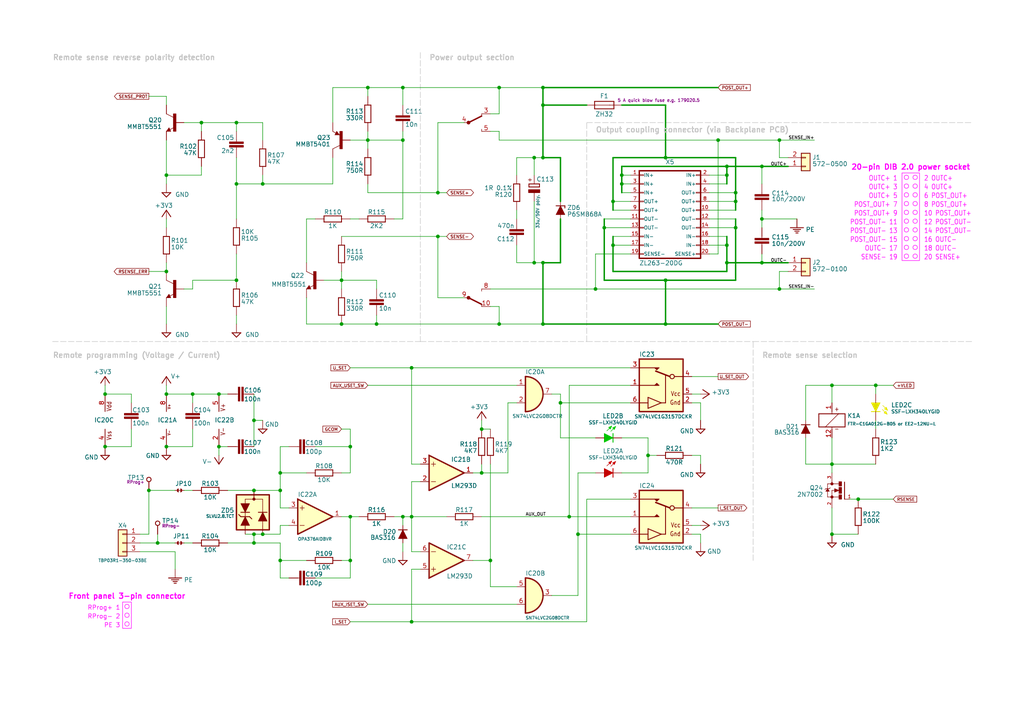
<source format=kicad_sch>
(kicad_sch (version 20250114) (generator "eeschema") (generator_version "9.0")
  (paper "A4")
  (title_block (title "${project_name}") (date "2025-12-05") (rev "${project_version}") (company "${project_creator}") (comment 1 "${project_license}") (comment 2 "${project_info}") (comment 3 "${project_url}"))
  (circle (center 262.89 59.055) (radius 0.635) (stroke (width 0.1524) (color 255 0 255 1)))
  (circle (center 262.89 51.435) (radius 0.635) (stroke (width 0.1524) (color 255 0 255 1)))
  (rectangle (start 35.56 174.625) (end 38.1 182.245) (stroke (width 0) (color 255 0 255 1)))
  (circle (center 36.83 180.975) (radius 0.635) (stroke (width 0.1524) (color 255 0 255 1)))
  (circle (center 265.43 51.435) (radius 0.635) (stroke (width 0.1524) (color 255 0 255 1)))
  (circle (center 262.89 53.975) (radius 0.635) (stroke (width 0.1524) (color 255 0 255 1)))
  (circle (center 262.89 71.755) (radius 0.635) (stroke (width 0.1524) (color 255 0 255 1)))
  (circle (center 262.89 74.295) (radius 0.635) (stroke (width 0.1524) (color 255 0 255 1)))
  (circle (center 265.43 74.295) (radius 0.635) (stroke (width 0.1524) (color 255 0 255 1)))
  (circle (center 265.43 59.055) (radius 0.635) (stroke (width 0.1524) (color 255 0 255 1)))
  (circle (center 262.89 66.675) (radius 0.635) (stroke (width 0.1524) (color 255 0 255 1)))
  (circle (center 265.43 64.135) (radius 0.635) (stroke (width 0.1524) (color 255 0 255 1)))
  (circle (center 265.43 61.595) (radius 0.635) (stroke (width 0.1524) (color 255 0 255 1)))
  (circle (center 265.43 56.515) (radius 0.635) (stroke (width 0.1524) (color 255 0 255 1)))
  (circle (center 262.89 61.595) (radius 0.635) (stroke (width 0.1524) (color 255 0 255 1)))
  (circle (center 265.43 53.975) (radius 0.635) (stroke (width 0.1524) (color 255 0 255 1)))
  (rectangle (start 261.62 50.165) (end 266.7 75.565) (stroke (width 0) (color 255 0 255 1)))
  (circle (center 262.89 56.515) (radius 0.635) (stroke (width 0.1524) (color 255 0 255 1)))
  (circle (center 262.89 64.135) (radius 0.635) (stroke (width 0.1524) (color 255 0 255 1)))
  (circle (center 265.43 66.675) (radius 0.635) (stroke (width 0.1524) (color 255 0 255 1)))
  (circle (center 262.89 69.215) (radius 0.635) (stroke (width 0.1524) (color 255 0 255 1)))
  (circle (center 265.43 69.215) (radius 0.635) (stroke (width 0.1524) (color 255 0 255 1)))
  (circle (center 36.83 178.435) (radius 0.635) (stroke (width 0.1524) (color 255 0 255 1)))
  (circle (center 265.43 71.755) (radius 0.635) (stroke (width 0.1524) (color 255 0 255 1)))
  (circle (center 36.83 175.895) (radius 0.635) (stroke (width 0.1524) (color 255 0 255 1)))
  (text "8 POST_OUT+" (at 267.97 60.325 0) (effects (font (size 1.4224 1.209)) (justify left bottom)))
  (text "PE 3" (at 34.925 182.245 0) (effects (font (size 1.27 1.27)) (justify right bottom)))
  (text "16 OUTC-" (at 267.97 70.485 0) (effects (font (size 1.4224 1.209)) (justify left bottom)))
  (text "POST_OUT- 11" (at 260.35 65.405 0) (effects (font (size 1.4224 1.209)) (justify right bottom)))
  (text "12 POST_OUT-" (at 267.97 65.405 0) (effects (font (size 1.4224 1.209)) (justify left bottom)))
  (text "Remote sense reverse polarity detection" (at 15.24 17.78 0) (effects (font (size 1.524 1.524) (thickness 0.3048) (bold yes)) (justify left bottom)))
  (text "POST_OUT+ 9" (at 260.35 62.865 0) (effects (font (size 1.4224 1.209)) (justify right bottom)))
  (text "OUTC- 17" (at 260.35 73.025 0) (effects (font (size 1.4224 1.209)) (justify right bottom)))
  (text "Output coupling connector (via Backplane PCB)" (at 172.72 38.735 0) (effects (font (size 1.524 1.524) (thickness 0.3048) (bold yes)) (justify left bottom)))
  (text "POST_OUT- 13" (at 260.35 67.945 0) (effects (font (size 1.4224 1.209)) (justify right bottom)))
  (text "Remote programming (Voltage / Current)" (at 15.24 104.14 0) (effects (font (size 1.524 1.524) (thickness 0.3048) (bold yes)) (justify left bottom)))
  (text "10 POST_OUT+" (at 267.97 62.865 0) (effects (font (size 1.4224 1.209)) (justify left bottom)))
  (text "4 OUTC+" (at 267.97 55.245 0) (effects (font (size 1.4224 1.209)) (justify left bottom)))
  (text "6 POST_OUT+" (at 267.97 57.785 0) (effects (font (size 1.4224 1.209)) (justify left bottom)))
  (text "2 OUTC+" (at 267.97 52.705 0) (effects (font (size 1.4224 1.209)) (justify left bottom)))
  (text "OUTC+ 5" (at 260.35 57.785 0) (effects (font (size 1.4224 1.209)) (justify right bottom)))
  (text "14 POST_OUT-" (at 267.97 67.945 0) (effects (font (size 1.4224 1.209)) (justify left bottom)))
  (text "18 OUTC-" (at 267.97 73.025 0) (effects (font (size 1.4224 1.209)) (justify left bottom)))
  (text "POST_OUT+ 7" (at 260.35 60.325 0) (effects (font (size 1.4224 1.209)) (justify right bottom)))
  (text "OUTC+ 1" (at 260.35 52.705 0) (effects (font (size 1.4224 1.209)) (justify right bottom)))
  (text "RProg+ 1" (at 34.925 177.165 0) (effects (font (size 1.27 1.27)) (justify right bottom)))
  (text "20 SENSE+" (at 267.97 75.565 0) (effects (font (size 1.4224 1.209)) (justify left bottom)))
  (text "Front panel 3-pin connector" (at 36.83 173.99 0) (effects (font (size 1.524 1.524) (thickness 0.3048) (bold yes)) (justify bottom)))
  (text "OUTC+ 3" (at 260.35 55.245 0) (effects (font (size 1.4224 1.209)) (justify right bottom)))
  (text "5 A quick blow fuse e.g. 179020.5" (at 179.07 29.845 0) (effects (font (size 0.889 0.889)) (justify left bottom)))
  (text "RProg- 2" (at 34.925 179.705 0) (effects (font (size 1.27 1.27)) (justify right bottom)))
  (text "Power output section" (at 124.46 17.78 0) (effects (font (size 1.524 1.524) (thickness 0.3048) (bold yes)) (justify left bottom)))
  (text "Remote sense selection" (at 220.98 104.14 0) (effects (font (size 1.524 1.524) (thickness 0.3048) (bold yes)) (justify left bottom)))
  (text "SENSE- 19" (at 260.35 75.565 0) (effects (font (size 1.4224 1.209)) (justify right bottom)))
  (text "POST_OUT- 15" (at 260.35 70.485 0) (effects (font (size 1.4224 1.209)) (justify right bottom)))
  (text "20-pin DIB 2.0 power socket" (at 264.16 49.53 0) (effects (font (size 1.524 1.524) (thickness 0.3048) (bold yes)) (justify bottom)))
  (junction (at 167.64 154.94))
  (junction (at 172.72 83.82))
  (junction (at 48.26 78.74))
  (junction (at 63.5 129.54))
  (junction (at 226.06 40.64))
  (junction (at 58.42 35.56))
  (junction (at 213.36 66.04))
  (junction (at 187.96 132.08))
  (junction (at 177.8 71.12))
  (junction (at 99.06 81.28))
  (junction (at 193.04 93.98))
  (junction (at 142.24 162.56))
  (junction (at 220.98 63.5))
  (junction (at 76.2 154.94))
  (junction (at 254 111.76))
  (junction (at 99.06 93.98))
  (junction (at 165.1 149.86))
  (junction (at 241.3 154.94))
  (junction (at 139.7 137.16))
  (junction (at 157.48 45.72))
  (junction (at 116.84 25.4))
  (junction (at 139.7 124.46))
  (junction (at 154.94 76.2))
  (junction (at 210.82 50.8))
  (junction (at 213.36 55.88))
  (junction (at 116.84 40.64))
  (junction (at 220.98 76.2))
  (junction (at 208.28 40.64))
  (junction (at 68.58 35.56))
  (junction (at 157.48 30.48))
  (junction (at 106.68 25.4))
  (junction (at 73.66 154.94))
  (junction (at 30.48 114.3))
  (junction (at 193.04 81.28))
  (junction (at 213.36 58.42))
  (junction (at 48.26 50.8))
  (junction (at 45.72 157.48))
  (junction (at 106.68 40.64))
  (junction (at 154.94 45.72))
  (junction (at 30.48 129.54))
  (junction (at 48.26 114.3))
  (junction (at 210.82 48.26))
  (junction (at 73.66 157.48))
  (junction (at 144.78 93.98))
  (junction (at 193.04 45.72))
  (junction (at 81.28 142.24))
  (junction (at 119.38 149.86))
  (junction (at 177.8 58.42))
  (junction (at 241.3 134.62))
  (junction (at 157.48 25.4))
  (junction (at 127 68.58))
  (junction (at 101.6 162.56))
  (junction (at 109.22 93.98))
  (junction (at 157.48 76.2))
  (junction (at 73.66 121.92))
  (junction (at 210.82 76.2))
  (junction (at 180.34 53.34))
  (junction (at 162.56 116.84))
  (junction (at 220.98 48.26))
  (junction (at 180.34 50.8))
  (junction (at 73.66 142.24))
  (junction (at 101.6 129.54))
  (junction (at 68.58 53.34))
  (junction (at 63.5 114.3))
  (junction (at 127 55.88))
  (junction (at 210.82 71.12))
  (junction (at 241.3 111.76))
  (junction (at 119.38 106.68))
  (junction (at 81.28 162.56))
  (junction (at 248.92 144.78))
  (junction (at 101.6 149.86))
  (junction (at 175.26 66.04))
  (junction (at 81.28 137.16))
  (junction (at 43.18 142.24))
  (junction (at 48.26 129.54))
  (junction (at 76.2 53.34))
  (junction (at 68.58 81.28))
  (junction (at 226.06 83.82))
  (junction (at 144.78 25.4))
  (junction (at 55.88 114.3))
  (junction (at 119.38 180.34))
  (junction (at 116.84 149.86))
  (junction (at 157.48 93.98))
  (wire (pts (xy 177.8 71.12) (xy 177.8 78.74)) (stroke (width 0.4064)))
  (wire (pts (xy 144.78 93.98) (xy 157.48 93.98)) (stroke (width 0.1524)))
  (wire (pts (xy 83.82 129.54) (xy 81.28 129.54)) (stroke (width 0.1524)))
  (wire (pts (xy 76.2 53.34) (xy 76.2 50.8)) (stroke (width 0.1524)))
  (wire (pts (xy 58.42 38.1) (xy 58.42 35.56)) (stroke (width 0.1524)))
  (wire (pts (xy 210.82 68.58) (xy 210.82 71.12)) (stroke (width 0.4064)))
  (wire (pts (xy 55.88 114.3) (xy 63.5 114.3)) (stroke (width 0.1524)))
  (wire (pts (xy 233.68 134.62) (xy 233.68 127)) (stroke (width 0.1524)))
  (wire (pts (xy 114.3 149.86) (xy 116.84 149.86)) (stroke (width 0.1524)))
  (wire (pts (xy 142.24 33.02) (xy 144.78 33.02)) (stroke (width 0.1524)))
  (wire (pts (xy 205.74 58.42) (xy 213.36 58.42)))
  (wire (pts (xy 254 111.76) (xy 254 114.3)) (stroke (width 0.1524)))
  (wire (pts (xy 99.06 93.98) (xy 109.22 93.98)) (stroke (width 0.1524)))
  (wire (pts (xy 177.8 45.72) (xy 193.04 45.72)) (stroke (width 0.4064)))
  (wire (pts (xy 162.56 116.84) (xy 162.56 114.3)) (stroke (width 0.1524)))
  (wire (pts (xy 55.88 114.3) (xy 55.88 116.84)) (stroke (width 0.1524)))
  (wire (pts (xy 220.98 66.04) (xy 220.98 63.5)))
  (wire (pts (xy 127 55.88) (xy 106.68 55.88)) (stroke (width 0.1524)))
  (wire (pts (xy 99.06 149.86) (xy 101.6 149.86)) (stroke (width 0.1524)))
  (wire (pts (xy 88.9 63.5) (xy 88.9 76.2)) (stroke (width 0.1524)))
  (wire (pts (xy 106.68 40.64) (xy 116.84 40.64)) (stroke (width 0.1524)))
  (wire (pts (xy 63.5 114.3) (xy 66.04 114.3)) (stroke (width 0.1524)))
  (wire (pts (xy 93.98 81.28) (xy 99.06 81.28)) (stroke (width 0.1524)))
  (wire (pts (xy 170.18 144.78) (xy 170.18 180.34)) (stroke (width 0.1524)))
  (wire (pts (xy 162.56 45.72) (xy 157.48 45.72)) (stroke (width 0.4064)))
  (wire (pts (xy 121.92 139.7) (xy 119.38 139.7)) (stroke (width 0.1524)))
  (wire (pts (xy 172.72 73.66) (xy 182.88 73.66)))
  (wire (pts (xy 180.34 50.8) (xy 180.34 48.26)) (stroke (width 0.4064)))
  (wire (pts (xy 182.88 111.76) (xy 165.1 111.76)) (stroke (width 0.1524)))
  (wire (pts (xy 48.26 66.04) (xy 48.26 63.5)) (stroke (width 0.1524)))
  (wire (pts (xy 48.26 78.74) (xy 43.18 78.74)) (stroke (width 0.1524)))
  (wire (pts (xy 142.24 83.82) (xy 172.72 83.82)) (stroke (width 0.1524)))
  (wire (pts (xy 106.68 55.88) (xy 106.68 53.34)) (stroke (width 0.1524)))
  (wire (pts (xy 157.48 76.2) (xy 154.94 76.2)) (stroke (width 0.1524)))
  (wire (pts (xy 88.9 162.56) (xy 81.28 162.56)) (stroke (width 0.1524)))
  (polyline (pts (xy 15.24 99.06) (xy 121.92 99.06)) (stroke (width 0.1524) (type dash) (color 194 194 194 1)))
  (wire (pts (xy 81.28 147.32) (xy 83.82 147.32)) (stroke (width 0.1524)))
  (wire (pts (xy 101.6 124.46) (xy 99.06 124.46)) (stroke (width 0.1524)))
  (wire (pts (xy 83.82 167.64) (xy 81.28 167.64)) (stroke (width 0.1524)))
  (wire (pts (xy 68.58 38.1) (xy 68.58 35.56)) (stroke (width 0.1524)))
  (wire (pts (xy 81.28 167.64) (xy 81.28 162.56)) (stroke (width 0.1524)))
  (wire (pts (xy 43.18 142.24) (xy 50.8 142.24)) (stroke (width 0.1524)))
  (wire (pts (xy 162.56 76.2) (xy 162.56 63.5)) (stroke (width 0.4064)))
  (wire (pts (xy 241.3 127) (xy 241.3 134.62)) (stroke (width 0.1524)))
  (wire (pts (xy 116.84 157.48) (xy 116.84 160.02)) (stroke (width 0.1524)))
  (wire (pts (xy 175.26 66.04) (xy 175.26 81.28)) (stroke (width 0.4064)))
  (wire (pts (xy 99.06 81.28) (xy 99.06 83.82)) (stroke (width 0.1524)))
  (wire (pts (xy 30.48 111.76) (xy 30.48 114.3)) (stroke (width 0.1524)))
  (wire (pts (xy 101.6 40.64) (xy 106.68 40.64)) (stroke (width 0.1524)))
  (wire (pts (xy 182.88 154.94) (xy 167.64 154.94)) (stroke (width 0.1524)))
  (wire (pts (xy 142.24 134.62) (xy 142.24 162.56)) (stroke (width 0.1524)))
  (wire (pts (xy 213.36 66.04) (xy 213.36 81.28)) (stroke (width 0.4064)))
  (wire (pts (xy 144.78 88.9) (xy 144.78 93.98)) (stroke (width 0.1524)))
  (wire (pts (xy 73.66 121.92) (xy 73.66 114.3)) (stroke (width 0.1524)))
  (wire (pts (xy 73.66 157.48) (xy 81.28 157.48)) (stroke (width 0.1524)))
  (wire (pts (xy 40.64 160.02) (xy 50.8 160.02)))
  (wire (pts (xy 149.86 71.12) (xy 149.86 76.2)) (stroke (width 0.1524)))
  (wire (pts (xy 81.28 152.4) (xy 83.82 152.4)) (stroke (width 0.1524)))
  (wire (pts (xy 106.68 40.64) (xy 106.68 38.1)) (stroke (width 0.1524)))
  (wire (pts (xy 55.88 83.82) (xy 53.34 83.82)) (stroke (width 0.1524)))
  (wire (pts (xy 142.24 170.18) (xy 149.86 170.18)) (stroke (width 0.1524)))
  (wire (pts (xy 144.78 40.64) (xy 208.28 40.64)) (stroke (width 0.1524)))
  (wire (pts (xy 55.88 81.28) (xy 55.88 83.82)) (stroke (width 0.1524)))
  (wire (pts (xy 203.2 157.48) (xy 203.2 154.94)) (stroke (width 0.1524)))
  (wire (pts (xy 58.42 35.56) (xy 68.58 35.56)) (stroke (width 0.1524)))
  (wire (pts (xy 182.88 106.68) (xy 119.38 106.68)) (stroke (width 0.1524)))
  (wire (pts (xy 127 68.58) (xy 129.54 68.58)) (stroke (width 0.1524)))
  (wire (pts (xy 96.52 53.34) (xy 76.2 53.34)) (stroke (width 0.1524)))
  (wire (pts (xy 88.9 137.16) (xy 81.28 137.16)) (stroke (width 0.1524)))
  (wire (pts (xy 139.7 121.92) (xy 139.7 124.46)) (stroke (width 0.1524)))
  (wire (pts (xy 205.74 60.96) (xy 213.36 60.96)))
  (wire (pts (xy 68.58 93.98) (xy 68.58 91.44)) (stroke (width 0.1524)))
  (wire (pts (xy 68.58 81.28) (xy 55.88 81.28)) (stroke (width 0.1524)))
  (wire (pts (xy 226.06 40.64) (xy 236.22 40.64)) (stroke (width 0.1524)))
  (wire (pts (xy 30.48 114.3) (xy 38.1 114.3)) (stroke (width 0.1524)))
  (wire (pts (xy 30.48 129.54) (xy 38.1 129.54)) (stroke (width 0.1524)))
  (wire (pts (xy 144.78 25.4) (xy 116.84 25.4)) (stroke (width 0.1524)))
  (wire (pts (xy 182.88 116.84) (xy 162.56 116.84)) (stroke (width 0.1524)))
  (wire (pts (xy 175.26 66.04) (xy 182.88 66.04)))
  (wire (pts (xy 137.16 162.56) (xy 142.24 162.56)) (stroke (width 0.1524)))
  (wire (pts (xy 241.3 137.16) (xy 241.3 134.62)) (stroke (width 0.1524)))
  (wire (pts (xy 116.84 40.64) (xy 116.84 63.5)) (stroke (width 0.1524)))
  (wire (pts (xy 119.38 165.1) (xy 119.38 180.34)) (stroke (width 0.1524)))
  (wire (pts (xy 48.26 93.98) (xy 48.26 88.9)) (stroke (width 0.1524)))
  (wire (pts (xy 154.94 45.72) (xy 149.86 45.72)) (stroke (width 0.1524)))
  (wire (pts (xy 40.64 154.94) (xy 43.18 154.94)))
  (wire (pts (xy 149.86 175.26) (xy 106.68 175.26)) (stroke (width 0.1524)))
  (wire (pts (xy 175.26 63.5) (xy 182.88 63.5)))
  (wire (pts (xy 116.84 38.1) (xy 116.84 40.64)) (stroke (width 0.1524)))
  (wire (pts (xy 180.34 55.88) (xy 182.88 55.88)))
  (wire (pts (xy 149.86 111.76) (xy 106.68 111.76)) (stroke (width 0.1524)))
  (wire (pts (xy 210.82 76.2) (xy 210.82 78.74)) (stroke (width 0.4064)))
  (wire (pts (xy 172.72 83.82) (xy 226.06 83.82)) (stroke (width 0.1524)))
  (wire (pts (xy 200.66 147.32) (xy 208.28 147.32)) (stroke (width 0.1524)))
  (wire (pts (xy 228.6 76.2) (xy 223.52 76.2)))
  (wire (pts (xy 205.74 55.88) (xy 213.36 55.88)))
  (wire (pts (xy 177.8 68.58) (xy 182.88 68.58)))
  (wire (pts (xy 104.14 63.5) (xy 101.6 63.5)) (stroke (width 0.1524)))
  (wire (pts (xy 50.8 160.02) (xy 50.8 165.1)))
  (wire (pts (xy 101.6 129.54) (xy 101.6 124.46)) (stroke (width 0.1524)))
  (wire (pts (xy 43.18 142.24) (xy 43.18 154.94)))
  (wire (pts (xy 144.78 38.1) (xy 144.78 40.64)) (stroke (width 0.1524)))
  (wire (pts (xy 203.2 121.92) (xy 203.2 116.84)) (stroke (width 0.1524)))
  (wire (pts (xy 175.26 63.5) (xy 175.26 66.04)) (stroke (width 0.4064)))
  (wire (pts (xy 48.26 114.3) (xy 48.26 111.76)) (stroke (width 0.1524)))
  (wire (pts (xy 220.98 48.26) (xy 228.6 48.26)) (stroke (width 0.4064)))
  (wire (pts (xy 180.34 53.34) (xy 182.88 53.34)))
  (polyline (pts (xy 218.44 99.06) (xy 281.94 99.06)) (stroke (width 0.1524) (type dash) (color 194 194 194 1)))
  (wire (pts (xy 116.84 30.48) (xy 116.84 25.4)) (stroke (width 0.1524)))
  (wire (pts (xy 177.8 58.42) (xy 177.8 60.96)) (stroke (width 0.4064)))
  (wire (pts (xy 68.58 53.34) (xy 76.2 53.34)) (stroke (width 0.1524)))
  (wire (pts (xy 220.98 63.5) (xy 231.14 63.5)) (stroke (width 0.1524)))
  (wire (pts (xy 205.74 63.5) (xy 213.36 63.5)))
  (wire (pts (xy 119.38 106.68) (xy 119.38 134.62)) (stroke (width 0.1524)))
  (wire (pts (xy 210.82 48.26) (xy 220.98 48.26)) (stroke (width 0.4064)))
  (wire (pts (xy 73.66 142.24) (xy 81.28 142.24)) (stroke (width 0.1524)))
  (wire (pts (xy 210.82 48.26) (xy 210.82 50.8)) (stroke (width 0.4064)))
  (wire (pts (xy 101.6 137.16) (xy 101.6 129.54)) (stroke (width 0.1524)))
  (wire (pts (xy 127 68.58) (xy 127 86.36)) (stroke (width 0.1524)))
  (wire (pts (xy 165.1 149.86) (xy 165.1 111.76)) (stroke (width 0.1524)))
  (wire (pts (xy 40.64 157.48) (xy 45.72 157.48)))
  (wire (pts (xy 109.22 81.28) (xy 109.22 83.82)) (stroke (width 0.1524)))
  (wire (pts (xy 154.94 50.8) (xy 154.94 45.72)) (stroke (width 0.1524)))
  (wire (pts (xy 53.34 157.48) (xy 55.88 157.48)) (stroke (width 0.1524)))
  (wire (pts (xy 205.74 50.8) (xy 210.82 50.8)))
  (wire (pts (xy 205.74 66.04) (xy 213.36 66.04)))
  (wire (pts (xy 81.28 137.16) (xy 81.28 142.24)) (stroke (width 0.1524)))
  (wire (pts (xy 48.26 53.34) (xy 48.26 50.8)) (stroke (width 0.1524)))
  (wire (pts (xy 210.82 50.8) (xy 210.82 53.34)) (stroke (width 0.4064)))
  (wire (pts (xy 38.1 114.3) (xy 38.1 116.84)) (stroke (width 0.1524)))
  (wire (pts (xy 177.8 68.58) (xy 177.8 71.12)))
  (wire (pts (xy 210.82 76.2) (xy 220.98 76.2)) (stroke (width 0.4064)))
  (wire (pts (xy 180.34 53.34) (xy 180.34 55.88)) (stroke (width 0.4064)))
  (wire (pts (xy 142.24 162.56) (xy 142.24 170.18)) (stroke (width 0.1524)))
  (wire (pts (xy 167.64 137.16) (xy 172.72 137.16)) (stroke (width 0.1524)))
  (polyline (pts (xy 218.44 162.56) (xy 218.44 99.06)) (stroke (width 0.1524) (type dash) (color 194 194 194 1)))
  (wire (pts (xy 142.24 38.1) (xy 144.78 38.1)) (stroke (width 0.1524)))
  (wire (pts (xy 220.98 73.66) (xy 220.98 76.2)) (stroke (width 0.1524)))
  (wire (pts (xy 226.06 45.72) (xy 228.6 45.72)))
  (wire (pts (xy 73.66 154.94) (xy 76.2 154.94)))
  (wire (pts (xy 226.06 78.74) (xy 226.06 83.82)))
  (wire (pts (xy 101.6 167.64) (xy 101.6 162.56)) (stroke (width 0.1524)))
  (wire (pts (xy 121.92 134.62) (xy 119.38 134.62)) (stroke (width 0.1524)))
  (wire (pts (xy 200.66 154.94) (xy 203.2 154.94)) (stroke (width 0.1524)))
  (wire (pts (xy 170.18 180.34) (xy 119.38 180.34)) (stroke (width 0.1524)))
  (wire (pts (xy 193.04 30.48) (xy 193.04 45.72)) (stroke (width 0.4064)))
  (wire (pts (xy 248.92 154.94) (xy 241.3 154.94)) (stroke (width 0.1524)))
  (wire (pts (xy 193.04 81.28) (xy 193.04 93.98)) (stroke (width 0.4064)))
  (wire (pts (xy 177.8 71.12) (xy 182.88 71.12)))
  (wire (pts (xy 254 111.76) (xy 241.3 111.76)) (stroke (width 0.1524)))
  (wire (pts (xy 68.58 35.56) (xy 76.2 35.56)) (stroke (width 0.1524)))
  (wire (pts (xy 177.8 68.58) (xy 177.8 71.12)) (stroke (width 0.4064)))
  (wire (pts (xy 149.86 45.72) (xy 149.86 50.8)) (stroke (width 0.1524)))
  (wire (pts (xy 246.38 144.78) (xy 248.92 144.78)) (stroke (width 0.1524)))
  (wire (pts (xy 226.06 83.82) (xy 236.22 83.82)) (stroke (width 0.1524)))
  (wire (pts (xy 116.84 152.4) (xy 116.84 149.86)) (stroke (width 0.1524)))
  (wire (pts (xy 241.3 134.62) (xy 233.68 134.62)) (stroke (width 0.1524)))
  (wire (pts (xy 157.48 93.98) (xy 193.04 93.98)) (stroke (width 0.4064)))
  (wire (pts (xy 182.88 144.78) (xy 170.18 144.78)) (stroke (width 0.1524)))
  (wire (pts (xy 116.84 149.86) (xy 119.38 149.86)) (stroke (width 0.1524)))
  (wire (pts (xy 101.6 106.68) (xy 119.38 106.68)) (stroke (width 0.1524)))
  (wire (pts (xy 177.8 60.96) (xy 182.88 60.96)))
  (wire (pts (xy 45.72 157.48) (xy 50.8 157.48)) (stroke (width 0.1524)))
  (wire (pts (xy 213.36 58.42) (xy 213.36 60.96)) (stroke (width 0.4064)))
  (wire (pts (xy 144.78 93.98) (xy 109.22 93.98)) (stroke (width 0.1524)))
  (polyline (pts (xy 170.18 99.06) (xy 170.18 35.56)) (stroke (width 0.1524) (type dash) (color 194 194 194 1)))
  (wire (pts (xy 48.26 30.48) (xy 48.26 27.94)) (stroke (width 0.1524)))
  (wire (pts (xy 48.26 76.2) (xy 48.26 78.74)) (stroke (width 0.1524)))
  (wire (pts (xy 157.48 76.2) (xy 162.56 76.2)) (stroke (width 0.4064)))
  (wire (pts (xy 157.48 93.98) (xy 157.48 76.2)) (stroke (width 0.4064)))
  (wire (pts (xy 180.34 50.8) (xy 182.88 50.8)))
  (wire (pts (xy 58.42 50.8) (xy 48.26 50.8)) (stroke (width 0.1524)))
  (wire (pts (xy 147.32 116.84) (xy 147.32 137.16)) (stroke (width 0.1524)))
  (wire (pts (xy 101.6 162.56) (xy 99.06 162.56)) (stroke (width 0.1524)))
  (wire (pts (xy 76.2 154.94) (xy 81.28 154.94)))
  (wire (pts (xy 193.04 45.72) (xy 213.36 45.72)) (stroke (width 0.4064)))
  (wire (pts (xy 190.5 132.08) (xy 187.96 132.08)) (stroke (width 0.1524)))
  (wire (pts (xy 200.66 132.08) (xy 203.2 132.08)) (stroke (width 0.1524)))
  (wire (pts (xy 213.36 63.5) (xy 213.36 66.04)) (stroke (width 0.4064)))
  (wire (pts (xy 157.48 25.4) (xy 144.78 25.4)) (stroke (width 0.1524)))
  (wire (pts (xy 48.26 114.3) (xy 55.88 114.3)) (stroke (width 0.1524)))
  (wire (pts (xy 106.68 40.64) (xy 106.68 43.18)) (stroke (width 0.1524)))
  (wire (pts (xy 38.1 129.54) (xy 38.1 124.46)) (stroke (width 0.1524)))
  (wire (pts (xy 180.34 30.48) (xy 193.04 30.48)) (stroke (width 0.4064)))
  (wire (pts (xy 180.34 127) (xy 187.96 127)))
  (wire (pts (xy 109.22 91.44) (xy 109.22 93.98)) (stroke (width 0.1524)))
  (wire (pts (xy 241.3 111.76) (xy 241.3 116.84)) (stroke (width 0.1524)))
  (wire (pts (xy 81.28 129.54) (xy 81.28 137.16)) (stroke (width 0.1524)))
  (wire (pts (xy 160.02 172.72) (xy 167.64 172.72)) (stroke (width 0.1524)))
  (wire (pts (xy 200.66 116.84) (xy 203.2 116.84)) (stroke (width 0.1524)))
  (wire (pts (xy 45.72 154.94) (xy 45.72 157.48)))
  (wire (pts (xy 119.38 149.86) (xy 119.38 139.7)) (stroke (width 0.1524)))
  (wire (pts (xy 68.58 45.72) (xy 68.58 53.34)) (stroke (width 0.1524)))
  (wire (pts (xy 116.84 63.5) (xy 114.3 63.5)) (stroke (width 0.1524)))
  (wire (pts (xy 162.56 127) (xy 162.56 116.84)) (stroke (width 0.1524)))
  (wire (pts (xy 157.48 45.72) (xy 154.94 45.72)) (stroke (width 0.1524)))
  (wire (pts (xy 101.6 162.56) (xy 101.6 149.86)) (stroke (width 0.1524)))
  (wire (pts (xy 55.88 124.46) (xy 55.88 129.54)) (stroke (width 0.1524)))
  (wire (pts (xy 66.04 129.54) (xy 63.5 129.54)) (stroke (width 0.1524)))
  (wire (pts (xy 99.06 81.28) (xy 99.06 78.74)) (stroke (width 0.1524)))
  (wire (pts (xy 68.58 73.66) (xy 68.58 81.28)) (stroke (width 0.1524)))
  (wire (pts (xy 241.3 154.94) (xy 241.3 147.32)) (stroke (width 0.1524)))
  (wire (pts (xy 241.3 111.76) (xy 233.68 111.76)) (stroke (width 0.1524)))
  (wire (pts (xy 177.8 58.42) (xy 177.8 45.72)) (stroke (width 0.4064)))
  (wire (pts (xy 254 111.76) (xy 259.08 111.76)))
  (wire (pts (xy 226.06 40.64) (xy 226.06 45.72)))
  (wire (pts (xy 149.86 116.84) (xy 147.32 116.84)) (stroke (width 0.1524)))
  (wire (pts (xy 203.2 132.08) (xy 203.2 134.62)) (stroke (width 0.1524)))
  (wire (pts (xy 76.2 121.92) (xy 73.66 121.92)) (stroke (width 0.1524)))
  (wire (pts (xy 127 35.56) (xy 134.62 35.56)) (stroke (width 0.1524)))
  (wire (pts (xy 160.02 114.3) (xy 162.56 114.3)) (stroke (width 0.1524)))
  (wire (pts (xy 203.2 152.4) (xy 200.66 152.4)) (stroke (width 0.1524)))
  (wire (pts (xy 101.6 149.86) (xy 104.14 149.86)) (stroke (width 0.1524)))
  (wire (pts (xy 167.64 154.94) (xy 167.64 172.72)) (stroke (width 0.1524)))
  (wire (pts (xy 73.66 157.48) (xy 73.66 154.94)) (stroke (width 0.1524)))
  (wire (pts (xy 213.36 81.28) (xy 193.04 81.28)) (stroke (width 0.4064)))
  (wire (pts (xy 187.96 132.08) (xy 187.96 137.16)))
  (wire (pts (xy 187.96 127) (xy 187.96 132.08)))
  (wire (pts (xy 127 35.56) (xy 127 55.88)) (stroke (width 0.1524)))
  (wire (pts (xy 142.24 88.9) (xy 144.78 88.9)) (stroke (width 0.1524)))
  (wire (pts (xy 213.36 55.88) (xy 213.36 58.42)) (stroke (width 0.4064)))
  (wire (pts (xy 248.92 144.78) (xy 259.08 144.78)) (stroke (width 0.1524)))
  (wire (pts (xy 220.98 60.96) (xy 220.98 63.5)) (stroke (width 0.1524)))
  (wire (pts (xy 66.04 157.48) (xy 73.66 157.48)) (stroke (width 0.1524)))
  (wire (pts (xy 177.8 58.42) (xy 182.88 58.42)))
  (wire (pts (xy 162.56 127) (xy 172.72 127)) (stroke (width 0.1524)))
  (wire (pts (xy 96.52 35.56) (xy 96.52 25.4)) (stroke (width 0.1524)))
  (wire (pts (xy 134.62 86.36) (xy 127 86.36)) (stroke (width 0.1524)))
  (wire (pts (xy 121.92 165.1) (xy 119.38 165.1)) (stroke (width 0.1524)))
  (wire (pts (xy 81.28 142.24) (xy 81.28 147.32)) (stroke (width 0.1524)))
  (wire (pts (xy 91.44 63.5) (xy 88.9 63.5)) (stroke (width 0.1524)))
  (wire (pts (xy 208.28 40.64) (xy 226.06 40.64)) (stroke (width 0.1524)))
  (wire (pts (xy 208.28 40.64) (xy 208.28 73.66)))
  (wire (pts (xy 220.98 53.34) (xy 220.98 48.26)) (stroke (width 0.1524)))
  (wire (pts (xy 101.6 137.16) (xy 99.06 137.16)) (stroke (width 0.1524)))
  (wire (pts (xy 157.48 45.72) (xy 157.48 30.48)) (stroke (width 0.4064)))
  (wire (pts (xy 96.52 45.72) (xy 96.52 53.34)) (stroke (width 0.1524)))
  (wire (pts (xy 119.38 160.02) (xy 119.38 149.86)) (stroke (width 0.1524)))
  (wire (pts (xy 170.18 30.48) (xy 157.48 30.48)) (stroke (width 0.4064)))
  (wire (pts (xy 73.66 121.92) (xy 73.66 129.54)) (stroke (width 0.1524)))
  (wire (pts (xy 81.28 154.94) (xy 81.28 152.4)) (stroke (width 0.1524)))
  (wire (pts (xy 172.72 73.66) (xy 172.72 83.82)))
  (wire (pts (xy 116.84 25.4) (xy 106.68 25.4)) (stroke (width 0.1524)))
  (wire (pts (xy 88.9 93.98) (xy 88.9 86.36)) (stroke (width 0.1524)))
  (wire (pts (xy 220.98 76.2) (xy 228.6 76.2)) (stroke (width 0.4064)))
  (wire (pts (xy 205.74 68.58) (xy 210.82 68.58)))
  (wire (pts (xy 210.82 78.74) (xy 177.8 78.74)) (stroke (width 0.4064)))
  (wire (pts (xy 137.16 137.16) (xy 139.7 137.16)) (stroke (width 0.1524)))
  (wire (pts (xy 208.28 25.4) (xy 157.48 25.4)) (stroke (width 0.4064)))
  (wire (pts (xy 203.2 114.3) (xy 200.66 114.3)) (stroke (width 0.1524)))
  (wire (pts (xy 226.06 78.74) (xy 228.6 78.74)))
  (wire (pts (xy 99.06 81.28) (xy 109.22 81.28)) (stroke (width 0.1524)))
  (wire (pts (xy 162.56 58.42) (xy 162.56 45.72)) (stroke (width 0.4064)))
  (wire (pts (xy 71.12 154.94) (xy 73.66 154.94)))
  (wire (pts (xy 205.74 53.34) (xy 210.82 53.34)))
  (wire (pts (xy 180.34 50.8) (xy 180.34 53.34)) (stroke (width 0.4064)))
  (wire (pts (xy 106.68 25.4) (xy 96.52 25.4)) (stroke (width 0.1524)))
  (wire (pts (xy 139.7 137.16) (xy 147.32 137.16)) (stroke (width 0.1524)))
  (wire (pts (xy 149.86 63.5) (xy 149.86 60.96)) (stroke (width 0.1524)))
  (wire (pts (xy 154.94 76.2) (xy 149.86 76.2)) (stroke (width 0.1524)))
  (polyline (pts (xy 170.18 35.56) (xy 281.94 35.56)) (stroke (width 0.1524) (type dash) (color 194 194 194 1)))
  (polyline (pts (xy 121.92 99.06) (xy 170.18 99.06)) (stroke (width 0.1524) (type dash) (color 194 194 194 1)))
  (polyline (pts (xy 170.18 99.06) (xy 218.44 99.06)) (stroke (width 0.1524) (type dash) (color 194 194 194 1)))
  (wire (pts (xy 81.28 162.56) (xy 81.28 157.48)) (stroke (width 0.1524)))
  (wire (pts (xy 254 134.62) (xy 241.3 134.62)) (stroke (width 0.1524)))
  (wire (pts (xy 99.06 68.58) (xy 127 68.58)) (stroke (width 0.1524)))
  (wire (pts (xy 48.26 40.64) (xy 48.26 50.8)) (stroke (width 0.1524)))
  (wire (pts (xy 76.2 35.56) (xy 76.2 40.64)) (stroke (width 0.1524)))
  (wire (pts (xy 180.34 137.16) (xy 187.96 137.16)))
  (wire (pts (xy 88.9 93.98) (xy 99.06 93.98)) (stroke (width 0.1524)))
  (wire (pts (xy 48.26 27.94) (xy 43.18 27.94)) (stroke (width 0.1524)))
  (wire (pts (xy 254 121.92) (xy 254 124.46)) (stroke (width 0.1524)))
  (wire (pts (xy 205.74 73.66) (xy 208.28 73.66)))
  (wire (pts (xy 66.04 142.24) (xy 73.66 142.24)))
  (wire (pts (xy 68.58 53.34) (xy 68.58 63.5)) (stroke (width 0.1524)))
  (wire (pts (xy 127 55.88) (xy 129.54 55.88)) (stroke (width 0.1524)))
  (wire (pts (xy 193.04 93.98) (xy 208.28 93.98)) (stroke (width 0.4064)))
  (wire (pts (xy 233.68 111.76) (xy 233.68 121.92)) (stroke (width 0.1524)))
  (wire (pts (xy 91.44 167.64) (xy 101.6 167.64)) (stroke (width 0.1524)))
  (wire (pts (xy 53.34 142.24) (xy 55.88 142.24)) (stroke (width 0.1524)))
  (wire (pts (xy 144.78 33.02) (xy 144.78 25.4)) (stroke (width 0.1524)))
  (wire (pts (xy 139.7 137.16) (xy 139.7 134.62)) (stroke (width 0.1524)))
  (wire (pts (xy 180.34 48.26) (xy 210.82 48.26)) (stroke (width 0.4064)))
  (wire (pts (xy 63.5 129.54) (xy 63.5 132.08)) (stroke (width 0.1524)))
  (wire (pts (xy 53.34 35.56) (xy 58.42 35.56)) (stroke (width 0.1524)))
  (wire (pts (xy 58.42 48.26) (xy 58.42 50.8)) (stroke (width 0.1524)))
  (wire (pts (xy 129.54 149.86) (xy 119.38 149.86)) (stroke (width 0.1524)))
  (wire (pts (xy 101.6 180.34) (xy 119.38 180.34)) (stroke (width 0.1524)))
  (wire (pts (xy 210.82 71.12) (xy 210.82 76.2)) (stroke (width 0.4064)))
  (wire (pts (xy 139.7 124.46) (xy 142.24 124.46)) (stroke (width 0.1524)))
  (wire (pts (xy 106.68 27.94) (xy 106.68 25.4)) (stroke (width 0.1524)))
  (wire (pts (xy 139.7 149.86) (xy 165.1 149.86)) (stroke (width 0.1524)))
  (wire (pts (xy 121.92 160.02) (xy 119.38 160.02)) (stroke (width 0.1524)))
  (wire (pts (xy 167.64 137.16) (xy 167.64 154.94)) (stroke (width 0.1524)))
  (wire (pts (xy 91.44 129.54) (xy 101.6 129.54)) (stroke (width 0.1524)))
  (wire (pts (xy 200.66 109.22) (xy 208.28 109.22)) (stroke (width 0.1524)))
  (wire (pts (xy 55.88 129.54) (xy 48.26 129.54)) (stroke (width 0.1524)))
  (wire (pts (xy 213.36 45.72) (xy 213.36 55.88)) (stroke (width 0.4064)))
  (wire (pts (xy 157.48 30.48) (xy 157.48 25.4)) (stroke (width 0.4064)))
  (wire (pts (xy 182.88 149.86) (xy 165.1 149.86)) (stroke (width 0.1524)))
  (wire (pts (xy 205.74 71.12) (xy 210.82 71.12)))
  (wire (pts (xy 154.94 58.42) (xy 154.94 76.2)) (stroke (width 0.1524)))
  (polyline (pts (xy 121.92 15.24) (xy 121.92 99.06)) (stroke (width 0.1524) (type dash) (color 194 194 194 1)))
  (wire (pts (xy 193.04 81.28) (xy 175.26 81.28)) (stroke (width 0.4064)))
  (label "OUTC+" (at 223.52 48.26 0) (effects (font (size 0.889 0.889))))
  (label "SENSE_IN+" (at 236.22 40.64 180) (effects (font (size 0.889 0.889))))
  (label "SENSE_IN-" (at 236.22 83.82 180) (effects (font (size 0.889 0.889))))
  (label "AUX_OUT" (at 152.4 149.86 0) (effects (font (size 0.889 0.889))))
  (label "OUTC-" (at 223.52 76.2 0) (effects (font (size 0.889 0.889))))
  (global_label "I_SET_OUT" (shape output) (at 208.28 147.32 0) (effects (font (size 0.889 0.889))) (property "Intersheetrefs" "${INTERSHEET_REFS}" (effects (hide yes))))
  (global_label "AUX_ISET_SW" (shape input) (at 106.68 175.26 180) (effects (font (size 0.889 0.889))) (property "Intersheetrefs" "${INTERSHEET_REFS}" (effects (hide yes))))
  (global_label "POST_OUT-" (shape input) (at 208.28 93.98 0) (effects (font (size 0.889 0.889))) (property "Intersheetrefs" "${INTERSHEET_REFS}" (effects (hide yes))))
  (global_label "U_SET" (shape input) (at 101.6 106.68 180) (effects (font (size 0.889 0.889))) (property "Intersheetrefs" "${INTERSHEET_REFS}" (effects (hide yes))))
  (global_label "AUX_USET_SW" (shape input) (at 106.68 111.76 180) (effects (font (size 0.889 0.889))) (property "Intersheetrefs" "${INTERSHEET_REFS}" (effects (hide yes))))
  (global_label "+VLED" (shape input) (at 259.08 111.76 0) (effects (font (size 0.889 0.889))) (property "Intersheetrefs" "${INTERSHEET_REFS}" (effects (hide yes))))
  (global_label "I_SET" (shape input) (at 101.6 180.34 180) (effects (font (size 0.889 0.889))) (property "Intersheetrefs" "${INTERSHEET_REFS}" (effects (hide yes))))
  (global_label "RSENSE_ERR" (shape output) (at 43.18 78.74 180) (effects (font (size 0.889 0.889))) (property "Intersheetrefs" "${INTERSHEET_REFS}" (effects (hide yes))))
  (global_label "GCOM" (shape input) (at 99.06 124.46 180) (effects (font (size 0.889 0.889))) (property "Intersheetrefs" "${INTERSHEET_REFS}" (effects (hide yes))))
  (global_label "SENSE+" (shape bidirectional) (at 129.54 55.88 0) (effects (font (size 0.889 0.889))) (property "Intersheetrefs" "${INTERSHEET_REFS}" (effects (hide yes))))
  (global_label "RSENSE" (shape input) (at 259.08 144.78 0) (effects (font (size 0.889 0.889))) (property "Intersheetrefs" "${INTERSHEET_REFS}" (effects (hide yes))))
  (global_label "POST_OUT+" (shape input) (at 208.28 25.4 0) (effects (font (size 0.889 0.889))) (property "Intersheetrefs" "${INTERSHEET_REFS}" (effects (hide yes))))
  (global_label "U_SET_OUT" (shape output) (at 208.28 109.22 0) (effects (font (size 0.889 0.889))) (property "Intersheetrefs" "${INTERSHEET_REFS}" (effects (hide yes))))
  (global_label "SENSE_PROT" (shape output) (at 43.18 27.94 180) (effects (font (size 0.889 0.889))) (property "Intersheetrefs" "${INTERSHEET_REFS}" (effects (hide yes))))
  (global_label "SENSE-" (shape bidirectional) (at 129.54 68.58 0) (effects (font (size 0.889 0.889))) (property "Intersheetrefs" "${INTERSHEET_REFS}" (effects (hide yes))))
  (symbol (lib_id "PCM_EEZ_passives:R-EU") (at 134.62 149.86 90) (unit 1)
    (property "Reference" "R117" (at 134.62 148.59 90) (effects (justify top)))
    (property "Value" "1K" (at 134.62 151.13 90) (effects (justify bottom)))
    (property "Footprint" "PCM_EEZ_passives:R_0805_2012Metric" (effects (hide yes)))
    (property "DigiKey" "RC0805FR-071KL" (effects (hide yes)))
    (property "Mouser" "603-RC0805FR-071KL" (effects (hide yes)))
    (property "TME" "RC0805FR-071K" (effects (hide yes)))
  )
  (symbol (lib_id "PCM_EEZ_passives:C-EU") (at 68.58 114.3 90) (unit 1)
    (property "Reference" "C106" (at 70.739 113.919 90) (effects (justify right top)))
    (property "Value" "100n" (at 70.739 116.459 90) (effects (justify right top)))
    (property "Footprint" "PCM_EEZ_passives:C_0603_1608Metric" (effects (hide yes)))
    (property "DigiKey" "490-4774-1-ND" (effects (hide yes)))
    (property "Mouser" "80-C0603C104M4R" (effects (hide yes)))
    (property "TME" "CL10B104KA8NNNC" (effects (hide yes)))
  )
  (symbol (lib_id "PCM_EEZ_passives:C-EU") (at 88.9 167.64 270) (unit 1)
    (property "Reference" "C109" (at 88.519 167.259 90) (effects (justify left bottom)))
    (property "Value" "100p" (at 88.519 169.799 90) (effects (justify left bottom)))
    (property "Footprint" "PCM_EEZ_passives:C_0805_2012Metric" (effects (hide yes)))
    (property "DigiKey" "399-15000-1-ND" (effects (hide yes)))
    (property "Mouser" "80-C0805C101K5G" (effects (hide yes)))
    (property "TME" "CL21C101JBANNNC" (effects (hide yes)))
  )
  (symbol (lib_id "PCM_EEZ_discretes:DIODE_ZENER") (at 162.56 60.96 90) (unit 1)
    (property "Reference" "ZD6" (at 164.465 60.96 90) (effects (justify right top)))
    (property "Value" "P6SMB68A" (at 164.465 62.865 90) (effects (justify right top)))
    (property "Footprint" "PCM_EEZ_SMD:DO214AA" (effects (hide yes)))
    (property "DigiKey" "P6SMB68ABBCT-ND" (effects (hide yes)))
    (property "LCSC" "C126829" (effects (hide yes)))
    (property "Mouser" "652-P6SMB68A" (effects (hide yes)))
    (property "TME" "P6SMB68A-LF" (effects (hide yes)))
  )
  (symbol (lib_id "PCM_EEZ_discretes:DIODE_SLVU") (at 71.12 152.4 90) (unit 1)
    (property "Reference" "ZD5" (at 67.945 147.32 90) (effects (justify left bottom)))
    (property "Value" "SLVU2.8.TCT" (at 67.945 149.225 90) (effects (font (size 0.889 0.889)) (justify left bottom)))
    (property "Footprint" "PCM_EEZ_SMD:SOT23-3" (effects (hide yes)))
    (property "DigiKey" "CDSOT23-SLVU2.8TR-ND" (effects (hide yes)))
    (property "Mouser" "652-CDSOT23-SLVU2.8 " (effects (hide yes)))
    (property "TME" "SLVU2.8.TCT" (effects (hide yes)))
  )
  (symbol (lib_id "PCM_EEZ_passives:C-EU") (at 55.88 119.38 0) (unit 1)
    (property "Reference" "C104" (at 56.134 119.634 0) (effects (justify left bottom)))
    (property "Value" "100n" (at 56.134 123.444 0) (effects (justify left bottom)))
    (property "Footprint" "PCM_EEZ_passives:C_0603_1608Metric" (effects (hide yes)))
    (property "DigiKey" "490-4774-1-ND" (effects (hide yes)))
    (property "Mouser" "80-C0603C104M4R" (effects (hide yes)))
    (property "TME" "CL10B104KA8NNNC" (effects (hide yes)))
  )
  (symbol (lib_id "PCM_EEZ_passives:R-EU") (at 139.7 129.54 0) (mirror x) (unit 1)
    (property "Reference" "R118" (at 138.43 129.54 0) (effects (justify right top)))
    (property "Value" "4K7" (at 138.43 131.445 0) (effects (justify right top)))
    (property "Footprint" "PCM_EEZ_passives:R_0805_2012Metric" (effects (hide yes)))
    (property "DigiKey" "311-4.70KCRCT-ND" (effects (hide yes)))
    (property "Mouser" "603-RC0805FR-074K7L" (effects (hide yes)))
    (property "TME" "0805S8F4701T5E" (effects (hide yes)))
  )
  (symbol (lib_id "PCM_EEZ_discretes:DIODE") (at 116.84 154.94 90) (unit 1)
    (property "Reference" "D20" (at 114.935 154.94 90) (effects (justify left top)))
    (property "Value" "BAS316" (at 114.808 156.6164 90) (effects (justify left top)))
    (property "Footprint" "PCM_EEZ_SMD:SOD-323_1P8X1P35_ONS-M" (effects (hide yes)))
    (property "DigiKey" "1727-7370-1-ND" (effects (hide yes)))
    (property "Mouser" "771-BAS316-T/R" (effects (hide yes)))
    (property "TME" "BAS316,115" (effects (hide yes)))
  )
  (symbol (lib_id "PCM_EEZ_passives:R-EU") (at 254 129.54 0) (mirror y) (unit 1)
    (property "Reference" "R123" (at 255.27 128.905 0) (effects (justify right bottom)))
    (property "Value" "1K2" (at 255.27 130.81 0) (effects (justify right bottom)))
    (property "Footprint" "PCM_EEZ_passives:R_0805_2012Metric" (effects (hide yes)))
  )
  (symbol (lib_id "PCM_EEZ_discretes:NPN-SOT23-BEC") (at 50.8 35.56 0) (mirror y) (unit 1)
    (property "Reference" "Q20" (at 46.99 35.56 0) (effects (justify left bottom)))
    (property "Value" "MMBT5551" (at 46.99 37.465 0) (effects (justify left bottom)))
    (property "Footprint" "PCM_EEZ_SMD:SOT23-BEC" (effects (hide yes)))
    (property "DigiKey" "MMBT5551LT1GOSCT-ND " (effects (hide yes)))
    (property "Mouser" "637-MMBT5551" (effects (hide yes)))
    (property "TME" "MMBT5551-DIO" (effects (hide yes)))
    (property "LCSC" "C41095" (effects (hide yes)))
  )
  (symbol (lib_id "PCM_EEZ_unsorted:JP2 shorted") (at 50.8 157.48 0) (unit 1) (in_bom no)
    (property "Reference" "JP11" (at 50.165 156.21 0) (effects (justify left bottom)))
    (property "Value" "JP2-NOCUT-0805" (effects (hide yes)))
    (property "Footprint" "PCM_EEZ_SMD:JP2 shorted (0603)" (effects (hide yes)))
  )
  (symbol (lib_name "R-EU_19") (lib_id "PCM_EEZ_passives:R-EU") (at 106.68 48.26 0) (mirror y) (unit 1)
    (property "Reference" "R114" (at 105.41 48.26 0) (effects (justify left bottom)))
    (property "Value" "750R" (at 105.41 50.165 0) (effects (justify left bottom)))
    (property "Footprint" "PCM_EEZ_passives:R_0805_2012Metric" (effects (hide yes)))
    (property "DigiKey" "A126385CT-ND" (effects (hide yes)))
    (property "Mouser" "71-CRCW0805750RFKEAC" (effects (hide yes)))
    (property "TME" "0805S8F7500T5E" (effects (hide yes)))
    (property "LCSC" "C17818" (effects (hide yes)))
  )
  (symbol (lib_id "PCM_EEZ_TI:OPA376AIDBVR") (at 91.44 149.86 0) (unit 1)
    (property "Reference" "IC22" (at 86.36 144.145 0) (effects (justify left bottom)))
    (property "Value" "OPA376AIDBVR" (at 86.36 156.845 0) (effects (font (size 0.889 0.889)) (justify left bottom)))
    (property "Footprint" "PCM_EEZ_SMD:SOT23-5L_STM" (effects (hide yes)))
    (property "Description" "Low-Noise, Low Quiescent Current, Precision Operational Amplifier" (effects (hide yes)))
    (property "DigiKey" "296-39130-2-ND" (effects (hide yes)))
    (property "Mouser" "595-OPA376AIDBVR" (effects (hide yes)))
    (property "TME" "OPA376AIDBVR" (effects (hide yes)))
    (property "LCSC" "C42134" (effects (hide yes)))
  )
  (symbol (lib_id "PCM_EEZ_discretes:SSF-LXH340LYGID") (at 177.8 137.16 90) (mirror x) (unit 1)
    (property "Reference" "LED2" (at 177.8 130.81 90))
    (property "Value" "SSF-LXH340LYGID" (at 177.8 132.715 90) (effects (font (size 1.016 1.016))))
    (property "Footprint" "PCM_EEZ_THT:SSF-LXH340LYGID" (effects (hide yes)))
    (property "Description" "LED Circuit Board Indicator 3mm; Red, Green, Yellow" (effects (hide yes)))
    (property "DigiKey" "SSF-LXH340LYGID-ND" (effects (hide yes)))
    (property "Mouser" "696-SSFLXH340LYGID" (effects (hide yes)))
    (property "TME" "-" (effects (hide yes)))
    (property "LCSC" "C17285042" (effects (hide yes)))
  )
  (symbol (lib_name "R-EU_22") (lib_id "PCM_EEZ_passives:R-EU") (at 60.96 142.24 90) (unit 1)
    (property "Reference" "R103" (at 60.96 140.97 90) (effects (justify top)))
    (property "Value" "10K" (at 60.96 143.51 90) (effects (justify bottom)))
    (property "Footprint" "PCM_EEZ_passives:R_0805_2012Metric" (effects (hide yes)))
    (property "DigiKey" "311-10.0KCRCT-ND" (effects (hide yes)))
    (property "Mouser" "603-RC0805FR-0710KL" (effects (hide yes)))
    (property "TME" "RC0805FR-1310KL" (effects (hide yes)))
  )
  (symbol (lib_id "PCM_EEZ_discretes:SSF-LXH340LYGID") (at 177.8 127 90) (mirror x) (unit 2)
    (property "Reference" "LED2" (at 177.8 120.65 90))
    (property "Value" "SSF-LXH340LYGID" (at 177.8 122.555 90) (effects (font (size 1.016 1.016))))
    (property "Footprint" "PCM_EEZ_THT:SSF-LXH340LYGID" (effects (hide yes)))
    (property "Description" "LED Circuit Board Indicator 3mm; Red, Green, Yellow" (effects (hide yes)))
    (property "DigiKey" "SSF-LXH340LYGID-ND" (effects (hide yes)))
    (property "Mouser" "696-SSFLXH340LYGID" (effects (hide yes)))
    (property "TME" "-" (effects (hide yes)))
    (property "LCSC" "C17285042" (effects (hide yes)))
  )
  (symbol (lib_id "PCM_EEZ_symbols:GND") (at 76.2 124.46 0) (mirror y) (unit 1)
    (property "Reference" "#SUPPLY056" (effects (hide yes)))
    (property "Value" "GND" (at 76.835 123.825 0) (effects (justify right bottom)))
  )
  (symbol (lib_id "PCM_EEZ_symbols:V+") (at 48.26 109.22 0) (unit 1)
    (property "Reference" "#P+06" (effects (hide yes)))
    (property "Value" "V+" (at 49.53 109.855 0) (effects (justify left bottom)))
  )
  (symbol (lib_id "PCM_EEZ_symbols:GND") (at 203.2 137.16 0) (mirror y) (unit 1)
    (property "Reference" "#SUPPLY059" (effects (hide yes)))
    (property "Value" "GND" (at 201.295 138.43 0) (effects (justify left bottom)))
  )
  (symbol (lib_id "PCM_EEZ_unsorted:Relay DPDT") (at 241.3 121.92 0) (unit 1)
    (property "Reference" "K1" (at 245.745 121.285 0) (effects (justify left bottom)))
    (property "Value" "FTR-C1GA012G-B05 or EE2-12NU-L" (at 245.745 123.444 0) (effects (font (size 0.889 0.889)) (justify left bottom)))
    (property "Footprint" "PCM_EEZ_SMD:FTR-C1" (effects (hide yes)))
    (property "DigiKey" "399-10997-1-ND" (effects (hide yes)))
    (property "Mouser" "80-EE2-12NU-L" (effects (hide yes)))
    (property "TME" "FTR-C1GA012G-B05" (effects (hide yes)))
    (property "LCSC" "C147864" (effects (hide yes)))
  )
  (symbol (lib_id "PCM_EEZ_passives:C-EU") (at 220.98 68.58 0) (unit 1)
    (property "Reference" "C115" (at 223.774 69.469 0) (effects (justify left bottom)))
    (property "Value" "10n/200V" (at 223.774 71.374 0) (effects (justify left bottom)))
    (property "Footprint" "PCM_EEZ_passives:C_1206_3216Metric" (effects (hide yes)))
    (property "DigiKey" "311-4491-1-ND" (effects (hide yes)))
    (property "Mouser" "603-C1206KRX7RABB103" (effects (hide yes)))
    (property "TME" "VJ1206Y103KXCTW1BC" (effects (hide yes)))
  )
  (symbol (lib_id "PCM_EEZ_symbols:GND") (at 48.26 96.52 0) (unit 1)
    (property "Reference" "#SUPPLY053" (effects (hide yes)))
    (property "Value" "GND" (at 50.8 97.79 0) (effects (justify left bottom)))
  )
  (symbol (lib_id "PCM_EEZ_passives:C-EU") (at 220.98 55.88 0) (unit 1)
    (property "Reference" "C114" (at 223.774 56.769 0) (effects (justify left bottom)))
    (property "Value" "10n/200V" (at 223.774 58.42 0) (effects (justify left bottom)))
    (property "Footprint" "PCM_EEZ_passives:C_1206_3216Metric" (effects (hide yes)))
    (property "DigiKey" "311-4491-1-ND" (effects (hide yes)))
    (property "Mouser" "603-C1206KRX7RABB103" (effects (hide yes)))
    (property "TME" "VJ1206Y103KXCTW1BC" (effects (hide yes)))
  )
  (symbol (lib_name "R-EU_18") (lib_id "PCM_EEZ_passives:R-EU") (at 149.86 55.88 180) (unit 1)
    (property "Reference" "R120" (at 148.59 57.15 0) (effects (justify left top)))
    (property "Value" "1R 0.1%" (at 148.59 55.245 0) (effects (justify left top)))
    (property "Footprint" "PCM_EEZ_passives:R_1206_3216Metric" (effects (hide yes)))
    (property "DigiKey" "1712-CPF1206B1R0E1CT-ND" (effects (hide yes)))
    (property "LCSC" "C4106088" (effects (hide yes)))
    (property "Mouser" "279-CPF1206B1R0E1" (effects (hide yes)))
    (property "TME" "-" (effects (hide yes)))
  )
  (symbol (lib_name "R-EU_17") (lib_id "PCM_EEZ_passives:R-EU") (at 48.26 71.12 0) (unit 1)
    (property "Reference" "R101" (at 49.53 70.485 0) (effects (justify left bottom)))
    (property "Value" "10K" (at 49.53 72.39 0) (effects (justify left bottom)))
    (property "Footprint" "PCM_EEZ_passives:R_0805_2012Metric" (effects (hide yes)))
    (property "DigiKey" "311-10.0KCRCT-ND" (effects (hide yes)))
    (property "Mouser" "603-RC0805FR-0710KL" (effects (hide yes)))
    (property "TME" "RC0805FR-1310KL" (effects (hide yes)))
  )
  (symbol (lib_name "R-EU_16") (lib_id "PCM_EEZ_passives:R-EU") (at 99.06 88.9 0) (mirror y) (unit 1)
    (property "Reference" "R112" (at 100.33 88.265 0) (effects (justify right bottom)))
    (property "Value" "330R" (at 100.33 90.17 0) (effects (justify right bottom)))
    (property "Footprint" "PCM_EEZ_passives:R_0805_2012Metric" (effects (hide yes)))
    (property "DigiKey" "A129743CT-ND" (effects (hide yes)))
    (property "Mouser" "652-CR0805FX-3300ELF" (effects (hide yes)))
    (property "TME" "0805S8F3300T5E" (effects (hide yes)))
  )
  (symbol (lib_id "PCM_EEZ_discretes:PNP-SOT23-BEC") (at 99.06 40.64 0) (mirror y) (unit 1)
    (property "Reference" "Q23" (at 95.885 40.64 0) (effects (justify left bottom)))
    (property "Value" "MMBT5401" (at 95.885 42.545 0) (effects (justify left bottom)))
    (property "Footprint" "PCM_EEZ_SMD:SOT23-BEC" (effects (hide yes)))
    (property "DigiKey" "MMBT5401-FDICT-ND" (effects (hide yes)))
    (property "Mouser" "621-MMBT5401-F" (effects (hide yes)))
    (property "TME" "MMBT5401-DIO" (effects (hide yes)))
    (property "LCSC" "C21488" (effects (hide yes)))
  )
  (symbol (lib_name "R-EU_15") (lib_id "PCM_EEZ_passives:R-EU") (at 99.06 73.66 0) (mirror y) (unit 1)
    (property "Reference" "R111" (at 100.33 73.66 0) (effects (justify right bottom)))
    (property "Value" "750R" (at 100.33 75.565 0) (effects (justify right bottom)))
    (property "Footprint" "PCM_EEZ_passives:R_0805_2012Metric" (effects (hide yes)))
    (property "DigiKey" "A126385CT-ND" (effects (hide yes)))
    (property "Mouser" "71-CRCW0805750RFKEAC" (effects (hide yes)))
    (property "TME" "0805S8F7500T5E" (effects (hide yes)))
    (property "LCSC" "C17818" (effects (hide yes)))
  )
  (symbol (lib_id "PCM_EEZ_TI:SN74LVC2G08DCTR") (at 154.94 114.3 0) (unit 1)
    (property "Reference" "IC20" (at 152.4 108.585 0) (effects (justify left bottom)))
    (property "Value" "SN74LVC2G08DCTR" (at 148.59 121.285 0) (effects (font (size 1.016 1.016)) (justify left bottom)))
    (property "Footprint" "PCM_EEZ_SMD:DCT8" (effects (hide yes)))
    (property "Description" "Dual 2-Input Positive AND Gate" (effects (hide yes)))
    (property "DigiKey" "296-13263-2-ND" (effects (hide yes)))
    (property "Mouser" "595-SN74LVC2G08DCTR" (effects (hide yes)))
    (property "TME" "SN74LVC2G08DCTR" (effects (hide yes)))
    (property "LCSC" "C352973" (effects (hide yes)))
  )
  (symbol (lib_id "PCM_EEZ_TI:SN74LVC1G3157DCK") (at 193.04 152.4 0) (unit 1)
    (property "Reference" "IC24" (at 185.42 141.605 0) (effects (justify left bottom)))
    (property "Value" "SN74LVC1G3157DCKR" (at 200.787 158.3436 0) (effects (font (size 1.016 1.016)) (justify right top)))
    (property "Footprint" "PCM_EEZ_SMD:SOT65P210X110-6N" (effects (hide yes)))
    (property "Description" "Single-Pole Double-Throw Analog Switch" (effects (hide yes)))
    (property "DigiKey" "296-14909-1-ND" (effects (hide yes)))
    (property "Mouser" "595-SN74LVC1G3157DCK" (effects (hide yes)))
    (property "TME" "SN74LVC1G3157DCKR" (effects (hide yes)))
    (property "LCSC" "C38663" (effects (hide yes)))
  )
  (symbol (lib_id "PCM_EEZ_discretes:DIODE") (at 233.68 124.46 90) (unit 1)
    (property "Reference" "D21" (at 231.775 124.46 90) (effects (justify left top)))
    (property "Value" "BAS316" (at 231.902 126.111 90) (effects (justify left top)))
    (property "Footprint" "PCM_EEZ_SMD:SOD-323_1P8X1P35_ONS-M" (effects (hide yes)))
    (property "DigiKey" "1727-7370-1-ND" (effects (hide yes)))
    (property "Mouser" "771-BAS316-T/R" (effects (hide yes)))
    (property "TME" "BAS316,115" (effects (hide yes)))
  )
  (symbol (lib_id "PCM_EEZ_discretes:NPN-SOT23-BEC") (at 50.8 83.82 0) (mirror y) (unit 1)
    (property "Reference" "Q21" (at 46.99 83.82 0) (effects (justify left bottom)))
    (property "Value" "MMBT5551" (at 46.99 85.725 0) (effects (justify left bottom)))
    (property "Footprint" "PCM_EEZ_SMD:SOT23-BEC" (effects (hide yes)))
    (property "DigiKey" "MMBT5551LT1GOSCT-ND " (effects (hide yes)))
    (property "Mouser" "637-MMBT5551" (effects (hide yes)))
    (property "TME" "MMBT5551-DIO" (effects (hide yes)))
    (property "LCSC" "C41095" (effects (hide yes)))
  )
  (symbol (lib_id "PCM_EEZ_discretes:SSF-LXH340LYGID") (at 254 119.38 0) (mirror y) (unit 3)
    (property "Reference" "LED2" (at 258.445 117.475 0) (effects (justify right)))
    (property "Value" "SSF-LXH340LYGID" (at 258.445 119.38 0) (effects (font (size 1.016 1.016)) (justify right)))
    (property "Footprint" "PCM_EEZ_THT:SSF-LXH340LYGID" (effects (hide yes)))
    (property "Description" "LED Circuit Board Indicator 3mm; Red, Green, Yellow" (effects (hide yes)))
    (property "DigiKey" "SSF-LXH340LYGID-ND" (effects (hide yes)))
    (property "Mouser" "696-SSFLXH340LYGID" (effects (hide yes)))
    (property "TME" "-" (effects (hide yes)))
    (property "LCSC" "C17285042" (effects (hide yes)))
  )
  (symbol (lib_id "PCM_EEZ_unsorted:PCB test point") (at 43.18 139.7 90) (unit 1) (in_bom no)
    (property "Reference" "TP13" (at 41.91 137.795 90) (effects (justify left bottom)))
    (property "Value" "PCB_TEST_TABSHIELD" (effects (hide yes)))
    (property "Footprint" "PCM_EEZ_THT:Testhole 24_50mils" (effects (hide yes)))
    (property "Label" "RProg+" (at 41.91 140.335 90) (effects (font (size 0.889 0.889)) (justify left top)))
  )
  (symbol (lib_id "PCM_EEZ_symbols:+3V3") (at 139.7 119.38 0) (mirror y) (unit 1)
    (property "Reference" "#+3V021" (effects (hide yes)))
    (property "Value" "+3V3" (at 141.605 118.745 0) (effects (justify left bottom)))
  )
  (symbol (lib_id "PCM_EEZ_unsorted:PCB test point") (at 45.72 152.4 90) (unit 1) (in_bom no)
    (property "Reference" "TP14" (at 46.99 151.765 90) (effects (justify right top)))
    (property "Value" "PCB_TEST_TABSHIELD" (effects (hide yes)))
    (property "Footprint" "PCM_EEZ_THT:Testhole 24_50mils" (effects (hide yes)))
    (property "Label" "RProg-" (at 46.99 153.035 90) (effects (font (size 0.889 0.889)) (justify right top)))
  )
  (symbol (lib_name "R-EU_14") (lib_id "PCM_EEZ_passives:R-EU") (at 60.96 157.48 90) (unit 1)
    (property "Reference" "R104" (at 60.96 156.21 90) (effects (justify top)))
    (property "Value" "10K" (at 60.96 158.75 90) (effects (justify bottom)))
    (property "Footprint" "PCM_EEZ_passives:R_0805_2012Metric" (effects (hide yes)))
    (property "DigiKey" "311-10.0KCRCT-ND" (effects (hide yes)))
    (property "Mouser" "603-RC0805FR-0710KL" (effects (hide yes)))
    (property "TME" "RC0805FR-1310KL" (effects (hide yes)))
  )
  (symbol (lib_name "R-EU_13") (lib_id "PCM_EEZ_passives:R-EU") (at 109.22 149.86 90) (unit 1)
    (property "Reference" "R116" (at 109.22 148.59 90) (effects (justify top)))
    (property "Value" "1K" (at 109.22 151.13 90) (effects (justify bottom)))
    (property "Footprint" "PCM_EEZ_passives:R_0805_2012Metric" (effects (hide yes)))
    (property "DigiKey" "RC0805FR-071KL" (effects (hide yes)))
    (property "Mouser" "603-RC0805FR-071KL" (effects (hide yes)))
    (property "TME" "RC0805FR-071K" (effects (hide yes)))
  )
  (symbol (lib_name "R-EU_12") (lib_id "PCM_EEZ_passives:R-EU") (at 109.22 63.5 270) (unit 1)
    (property "Reference" "R115" (at 109.22 62.23 90) (effects (justify bottom)))
    (property "Value" "2K2" (at 109.22 64.77 90) (effects (justify top)))
    (property "Footprint" "PCM_EEZ_passives:R_0805_2012Metric" (effects (hide yes)))
    (property "DigiKey" "311-2.20KCRCT-ND" (effects (hide yes)))
    (property "Mouser" "603-RC0805FR-072K2L" (effects (hide yes)))
    (property "TME" "0805S8F2201T5E" (effects (hide yes)))
  )
  (symbol (lib_id "PCM_EEZ_passives:ECAP") (at 154.94 53.34 0) (unit 1)
    (property "Reference" "C113" (at 155.575 52.705 0) (effects (justify left bottom)))
    (property "Value" "33u/50V poly." (at 155.4226 56.388 90) (effects (font (size 0.889 0.889)) (justify right top)))
    (property "Footprint" "PCM_EEZ_passives:CAPAE830X1050N" (effects (hide yes)))
    (property "DigiKey" "565-HHXD630ARA330MHA0GCT-ND" (effects (hide yes)))
    (property "Mouser" "661-XD630ARA330MHA0G" (effects (hide yes)))
    (property "TME" "-" (effects (hide yes)))
    (property "LCSC" "C2157841" (effects (hide yes)))
  )
  (symbol (lib_id "PCM_EEZ_unsorted:Fuse") (at 175.26 30.48 0) (mirror x) (unit 1)
    (property "Reference" "F1" (at 175.26 28.575 0) (effects (justify top)))
    (property "Value" "ZH32" (at 175.26 32.385 0) (effects (justify bottom)))
    (property "Footprint" "PCM_EEZ_THT:ZH32" (effects (hide yes)))
    (property "DigiKey" "732-11370-ND" (effects (hide yes)))
    (property "Mouser" "710-696101000002" (effects (hide yes)))
    (property "TME" "ZH32" (effects (hide yes)))
  )
  (symbol (lib_name "R-EU_11") (lib_id "PCM_EEZ_passives:R-EU") (at 106.68 33.02 0) (mirror y) (unit 1)
    (property "Reference" "R113" (at 105.41 33.02 0) (effects (justify left bottom)))
    (property "Value" "330R" (at 105.41 34.925 0) (effects (justify left bottom)))
    (property "Footprint" "PCM_EEZ_passives:R_0805_2012Metric" (effects (hide yes)))
    (property "DigiKey" "A129743CT-ND" (effects (hide yes)))
    (property "Mouser" "652-CR0805FX-3300ELF" (effects (hide yes)))
    (property "TME" "0805S8F3300T5E" (effects (hide yes)))
  )
  (symbol (lib_id "PCM_EEZ_passives:R-EU") (at 195.58 132.08 90) (mirror x) (unit 1)
    (property "Reference" "R121" (at 195.58 130.81 90) (effects (justify bottom)))
    (property "Value" "470R" (at 195.58 133.35 90) (effects (justify top)))
    (property "Footprint" "PCM_EEZ_passives:R_0805_2012Metric" (effects (hide yes)))
    (property "DigiKey" "311-470CRCT-ND" (effects (hide yes)))
    (property "Mouser" "71-CRCW0805470RFKEB" (effects (hide yes)))
    (property "TME" "RC0805FR-07470R" (effects (hide yes)))
  )
  (symbol (lib_id "PCM_EEZ_ICs:LM293D") (at 129.54 162.56 0) (mirror x) (unit 3)
    (property "Reference" "IC21" (at 129.54 159.385 0) (effects (justify left top)))
    (property "Value" "LM293D" (at 129.54 166.37 0) (effects (justify left bottom)))
    (property "Footprint" "PCM_EEZ_SMD:SOIC127P600X173-8N" (effects (hide yes)))
    (property "DigiKey" "LM293DR2GOSCT-ND" (effects (hide yes)))
    (property "Mouser" "863-LM293DR2G" (effects (hide yes)))
    (property "TME" "LM293DR" (effects (hide yes)))
    (property "LCSC" "C76509" (effects (hide yes)))
  )
  (symbol (lib_id "PCM_EEZ_passives:C-EU") (at 68.58 129.54 90) (unit 1)
    (property "Reference" "C107" (at 70.739 129.159 90) (effects (justify right top)))
    (property "Value" "100n" (at 70.739 131.699 90) (effects (justify right top)))
    (property "Footprint" "PCM_EEZ_passives:C_0603_1608Metric" (effects (hide yes)))
    (property "DigiKey" "490-4774-1-ND" (effects (hide yes)))
    (property "Mouser" "80-C0603C104M4R" (effects (hide yes)))
    (property "TME" "CL10B104KA8NNNC" (effects (hide yes)))
  )
  (symbol (lib_id "PCM_EEZ_symbols:GND") (at 241.3 157.48 0) (unit 1)
    (property "Reference" "#SUPPLY061" (effects (hide yes)))
    (property "Value" "GND" (at 243.84 158.75 0) (effects (justify left bottom)))
  )
  (symbol (lib_name "R-EU_9") (lib_id "PCM_EEZ_passives:R-EU") (at 96.52 63.5 270) (unit 1)
    (property "Reference" "R110" (at 96.52 62.23 90) (effects (justify bottom)))
    (property "Value" "1K" (at 96.52 64.77 90) (effects (justify top)))
    (property "Footprint" "PCM_EEZ_passives:R_0805_2012Metric" (effects (hide yes)))
    (property "DigiKey" "RC0805FR-071KL" (effects (hide yes)))
    (property "Mouser" "603-RC0805FR-071KL" (effects (hide yes)))
    (property "TME" "RC0805FR-071K" (effects (hide yes)))
  )
  (symbol (lib_id "PCM_EEZ_TI:SN74LVC2G08DCTR") (at 30.48 121.92 0) (unit 3)
    (property "Reference" "IC20" (at 27.305 122.555 0) (effects (justify left bottom)))
    (property "Value" "SN74LVC2G08DCTR" (effects (hide yes)))
    (property "Footprint" "PCM_EEZ_SMD:DCT8" (effects (hide yes)))
    (property "Description" "Dual 2-Input Positive AND Gate" (effects (hide yes)))
    (property "DigiKey" "296-13263-2-ND" (effects (hide yes)))
    (property "Mouser" "595-SN74LVC2G08DCTR" (effects (hide yes)))
    (property "TME" "SN74LVC2G08DCTR" (effects (hide yes)))
    (property "LCSC" "C352973" (effects (hide yes)))
  )
  (symbol (lib_id "PCM_EEZ_ICs:LM293D") (at 48.26 121.92 0) (unit 1)
    (property "Reference" "IC21" (at 45.72 122.555 0) (effects (justify left bottom)))
    (property "Value" "LM293D" (effects (hide yes)))
    (property "Footprint" "PCM_EEZ_SMD:SOIC127P600X173-8N" (effects (hide yes)))
    (property "DigiKey" "LM293DR2GOSCT-ND" (effects (hide yes)))
    (property "Mouser" "863-LM293DR2G" (effects (hide yes)))
    (property "TME" "LM293DR" (effects (hide yes)))
    (property "LCSC" "C76509" (effects (hide yes)))
  )
  (symbol (lib_id "PCM_EEZ_TI:SN74LVC1G3157DCK") (at 193.04 114.3 0) (unit 1)
    (property "Reference" "IC23" (at 185.42 103.505 0) (effects (justify left bottom)))
    (property "Value" "SN74LVC1G3157DCKR" (at 200.787 120.2436 0) (effects (font (size 1.016 1.016)) (justify right top)))
    (property "Footprint" "PCM_EEZ_SMD:SOT65P210X110-6N" (effects (hide yes)))
    (property "Description" "Single-Pole Double-Throw Analog Switch" (effects (hide yes)))
    (property "DigiKey" "296-14909-1-ND" (effects (hide yes)))
    (property "Mouser" "595-SN74LVC1G3157DCK" (effects (hide yes)))
    (property "TME" "SN74LVC1G3157DCKR" (effects (hide yes)))
    (property "LCSC" "C38663" (effects (hide yes)))
  )
  (symbol (lib_id "PCM_EEZ_passives:C-EU") (at 68.58 40.64 0) (mirror y) (unit 1)
    (property "Reference" "C105" (at 67.945 40.64 0) (effects (justify left bottom)))
    (property "Value" "2n2" (at 67.945 44.45 0) (effects (justify left bottom)))
    (property "Footprint" "PCM_EEZ_passives:C_0805_2012Metric" (effects (hide yes)))
    (property "DigiKey" "399-C0805C222K5RAC7210TR-ND" (effects (hide yes)))
    (property "Mouser" "80-C0805C222K5RACLR " (effects (hide yes)))
  )
  (symbol (lib_id "PCM_EEZ_discretes:NMOS") (at 243.84 142.24 0) (mirror y) (unit 1)
    (property "Reference" "Q24" (at 238.76 142.24 0) (effects (justify left bottom)))
    (property "Value" "2N7002" (at 238.76 144.145 0) (effects (justify left bottom)))
    (property "Footprint" "PCM_EEZ_SMD:SOT103P240X110-3N" (effects (hide yes)))
    (property "DigiKey" "T2N7002AKLMCT-ND" (effects (hide yes)))
    (property "Mouser" "757-T2N7002AKLM" (effects (hide yes)))
    (property "TME" "2N7002LT1G" (effects (hide yes)))
  )
  (symbol (lib_id "PCM_EEZ_passives:C-EU") (at 109.22 86.36 0) (unit 1)
    (property "Reference" "C110" (at 109.855 86.36 0) (effects (justify left bottom)))
    (property "Value" "10n" (at 109.855 90.17 0) (effects (justify left bottom)))
    (property "Footprint" "PCM_EEZ_passives:C_0805_2012Metric" (effects (hide yes)))
    (property "DigiKey" "490-7194-1-ND " (effects (hide yes)))
    (property "Mouser" "710-885012207122" (effects (hide yes)))
    (property "TME" "CC0805KRX7R9103" (effects (hide yes)))
  )
  (symbol (lib_id "Connector_Generic:Conn_01x03") (at 35.56 157.48 0) (mirror y) (unit 1)
    (property "Reference" "X4" (at 35.56 152.4 0))
    (property "Value" "TBP03R1-350-03BE" (at 35.56 162.56 0) (effects (font (size 0.889 0.889))))
    (property "Footprint" "PCM_EEZ_connectors:TBP03R1-350-03BE" (effects (hide yes)))
    (property "Description" "Generic connector, single row, 01x03, script generated (kicad-library-utils/schlib/autogen/connector/)" (effects (hide yes)))
    (property "DigiKey" "2223-TBP03R1-350-03BE-ND" (effects (hide yes)))
    (property "Mouser" "179-TBP03R1-350-03BE" (effects (hide yes)))
    (property "TME" "-" (effects (hide yes)))
    (property "LCSC" "C3581987" (effects (hide yes)))
  )
  (symbol (lib_name "R-EU_8") (lib_id "PCM_EEZ_passives:R-EU") (at 76.2 45.72 0) (mirror y) (unit 1)
    (property "Reference" "R107" (at 77.47 45.72 0) (effects (justify right bottom)))
    (property "Value" "47K" (at 77.47 47.625 0) (effects (justify right bottom)))
    (property "Footprint" "PCM_EEZ_passives:R_0805_2012Metric" (effects (hide yes)))
    (property "DigiKey" "RHM47KKCT-ND" (effects (hide yes)))
    (property "Mouser" "603-RC0805FR-0747KL" (effects (hide yes)))
    (property "TME" "RC0805FR-0747K" (effects (hide yes)))
  )
  (symbol (lib_id "PCM_EEZ_symbols:GND") (at 48.26 132.08 0) (mirror y) (unit 1)
    (property "Reference" "#SUPPLY054" (effects (hide yes)))
    (property "Value" "GND" (at 46.355 131.445 0) (effects (justify left top)))
  )
  (symbol (lib_id "PCM_EEZ_passives:R-EU") (at 142.24 129.54 180) (unit 1)
    (property "Reference" "R119" (at 143.51 129.54 0) (effects (justify right top)))
    (property "Value" "4K7" (at 143.51 131.445 0) (effects (justify right top)))
    (property "Footprint" "PCM_EEZ_passives:R_0805_2012Metric" (effects (hide yes)))
    (property "DigiKey" "311-4.70KCRCT-ND" (effects (hide yes)))
    (property "Mouser" "603-RC0805FR-074K7L" (effects (hide yes)))
    (property "TME" "0805S8F4701T5E" (effects (hide yes)))
  )
  (symbol (lib_id "PCM_EEZ_passives:C-EU") (at 116.84 33.02 0) (unit 1)
    (property "Reference" "C111" (at 117.475 33.02 0) (effects (justify left bottom)))
    (property "Value" "10n" (at 117.475 36.83 0) (effects (justify left bottom)))
    (property "Footprint" "PCM_EEZ_passives:C_0805_2012Metric" (effects (hide yes)))
    (property "DigiKey" "490-7194-1-ND " (effects (hide yes)))
    (property "Mouser" "710-885012207122" (effects (hide yes)))
    (property "TME" "CC0805KRX7R9103" (effects (hide yes)))
  )
  (symbol (lib_id "PCM_EEZ_unsorted:Relay DPDT") (at 134.62 35.56 270) (mirror x) (unit 2)
    (property "Reference" "K1" (effects (hide yes)))
    (property "Value" "FTR-C1GA012G-B05 or EE2-12NU-L" (effects (hide yes)))
    (property "Footprint" "PCM_EEZ_SMD:FTR-C1" (effects (hide yes)))
    (property "Mouser" "80-EE2-12NU-L" (effects (hide yes)))
    (property "TME" "FTR-C1GA012G-B05" (effects (hide yes)))
    (property "DigiKey" "399-10997-1-ND" (effects (hide yes)))
    (property "LCSC" "C147864" (effects (hide yes)))
  )
  (symbol (lib_id "PCM_EEZ_TI:OPA376AIDBVR") (at 63.5 121.92 0) (unit 2)
    (property "Reference" "IC22" (at 62.23 122.555 0) (effects (justify left bottom)))
    (property "Value" "OPA376AIDBVR" (effects (hide yes)))
    (property "Footprint" "PCM_EEZ_SMD:SOT23-5L_STM" (effects (hide yes)))
    (property "Description" "Low-Noise, Low Quiescent Current, Precision Operational Amplifier" (effects (hide yes)))
    (property "DigiKey" "296-39130-2-ND" (effects (hide yes)))
    (property "Mouser" "595-OPA376AIDBVR" (effects (hide yes)))
    (property "TME" "OPA376AIDBVR" (effects (hide yes)))
    (property "LCSC" "C42134" (effects (hide yes)))
  )
  (symbol (lib_id "PCM_EEZ_symbols:GND") (at 30.48 132.08 0) (mirror y) (unit 1)
    (property "Reference" "#SUPPLY051" (effects (hide yes)))
    (property "Value" "GND" (at 28.575 133.35 0) (effects (justify left bottom)))
  )
  (symbol (lib_id "PCM_EEZ_symbols:GND") (at 203.2 160.02 0) (mirror y) (unit 1)
    (property "Reference" "#SUPPLY060" (effects (hide yes)))
    (property "Value" "GND" (at 205.105 160.655 0) (effects (justify right bottom)))
  )
  (symbol (lib_id "PCM_EEZ_symbols:GND") (at 68.58 96.52 0) (unit 1)
    (property "Reference" "#SUPPLY055" (effects (hide yes)))
    (property "Value" "GND" (at 71.12 97.79 0) (effects (justify left bottom)))
  )
  (symbol (lib_id "Connector_Generic:Conn_01x02") (at 233.68 48.26 0) (mirror x) (unit 1)
    (property "Reference" "J1" (at 235.585 46.355 0) (effects (justify left top)))
    (property "Value" "572-0500" (at 235.585 48.26 0) (effects (justify left top)))
    (property "Footprint" "PCM_EEZ_connectors:572-0X00" (effects (hide yes)))
    (property "DigiKey" "-" (effects (hide yes)))
    (property "Mouser" "164-6221" (effects (hide yes)))
    (property "TME" "572-0500" (effects (hide yes)))
    (property "LCSC" "-" (effects (hide yes)))
  )
  (symbol (lib_id "PCM_EEZ_symbols:V-") (at 63.5 134.62 0) (mirror y) (unit 1)
    (property "Reference" "#P-02" (effects (hide yes)))
    (property "Value" "V-" (at 61.595 134.62 0) (effects (justify left bottom)))
  )
  (symbol (lib_id "PCM_EEZ_symbols:PE") (at 50.8 167.64 0) (unit 1)
    (property "Reference" "#PE03" (effects (hide yes)))
    (property "Value" "PE" (at 53.34 168.91 0) (effects (justify left bottom)))
  )
  (symbol (lib_id "PCM_EEZ_connectors:DIB 2.0 Power connector (module)") (at 182.88 50.8 0) (unit 1)
    (property "Reference" "X5" (at 194.31 46.99 0))
    (property "Value" "ZL263-20DG" (at 185.42 75.565 0) (effects (justify left top)))
    (property "Footprint" "PCM_EEZ_connectors:SSW-110-02-T-D-RA" (effects (hide yes)))
    (property "Description" "2x10 pin connector, female, right angle" (effects (hide yes)))
    (property "DigiKey" "PPPC102LJBN-RC" (effects (hide yes)))
    (property "Mouser" "-" (effects (hide yes)))
    (property "TME" "ZL263-20DG" (effects (hide yes)))
    (property "LCSC" "C239361" (effects (hide yes)))
  )
  (symbol (lib_id "PCM_EEZ_symbols:GND") (at 116.84 162.56 0) (mirror y) (unit 1)
    (property "Reference" "#SUPPLY057" (effects (hide yes)))
    (property "Value" "GND" (at 114.935 161.925 0) (effects (justify left top)))
  )
  (symbol (lib_id "PCM_EEZ_symbols:+3V3") (at 48.26 60.96 0) (mirror y) (unit 1)
    (property "Reference" "#+3V020" (effects (hide yes)))
    (property "Value" "+3V3" (at 50.165 60.325 0) (effects (justify left bottom)))
  )
  (symbol (lib_id "PCM_EEZ_ICs:LM293D") (at 129.54 137.16 0) (unit 2)
    (property "Reference" "IC21" (at 130.81 133.985 0) (effects (justify left bottom)))
    (property "Value" "LM293D" (at 130.81 141.605 0) (effects (justify left bottom)))
    (property "Footprint" "PCM_EEZ_SMD:SOIC127P600X173-8N" (effects (hide yes)))
    (property "DigiKey" "LM293DR2GOSCT-ND" (effects (hide yes)))
    (property "Mouser" "863-LM293DR2G" (effects (hide yes)))
    (property "TME" "LM293DR" (effects (hide yes)))
    (property "LCSC" "C76509" (effects (hide yes)))
  )
  (symbol (lib_name "R-EU_6") (lib_id "PCM_EEZ_passives:R-EU") (at 58.42 43.18 0) (unit 1)
    (property "Reference" "R102" (at 57.15 43.18 0) (effects (justify right bottom)))
    (property "Value" "47K" (at 57.15 45.085 0) (effects (justify right bottom)))
    (property "Footprint" "PCM_EEZ_passives:R_0805_2012Metric" (effects (hide yes)))
    (property "DigiKey" "RHM47KKCT-ND" (effects (hide yes)))
    (property "Mouser" "603-RC0805FR-0747KL" (effects (hide yes)))
    (property "TME" "RC0805FR-0747K" (effects (hide yes)))
  )
  (symbol (lib_id "PCM_EEZ_TI:SN74LVC2G08DCTR") (at 154.94 172.72 0) (unit 2)
    (property "Reference" "IC20" (at 152.4 167.005 0) (effects (justify left bottom)))
    (property "Value" "SN74LVC2G08DCTR" (at 152.4 179.705 0) (effects (font (size 0.889 0.889)) (justify left bottom)))
    (property "Footprint" "PCM_EEZ_SMD:DCT8" (effects (hide yes)))
    (property "Description" "Dual 2-Input Positive AND Gate" (effects (hide yes)))
    (property "DigiKey" "296-13263-2-ND" (effects (hide yes)))
    (property "Mouser" "595-SN74LVC2G08DCTR" (effects (hide yes)))
    (property "TME" "SN74LVC2G08DCTR" (effects (hide yes)))
    (property "LCSC" "C352973" (effects (hide yes)))
  )
  (symbol (lib_id "Connector_Generic:Conn_01x02") (at 233.68 76.2 0) (unit 1)
    (property "Reference" "J2" (at 235.585 76.835 0) (effects (justify left bottom)))
    (property "Value" "572-0100" (at 235.585 78.74 0) (effects (justify left bottom)))
    (property "Footprint" "PCM_EEZ_connectors:572-0X00" (effects (hide yes)))
    (property "DigiKey" "-" (effects (hide yes)))
    (property "Mouser" "164-6220" (effects (hide yes)))
    (property "TME" "572-0100" (effects (hide yes)))
    (property "LCSC" "-" (effects (hide yes)))
  )
  (symbol (lib_name "R-EU_5") (lib_id "PCM_EEZ_passives:R-EU") (at 68.58 86.36 0) (unit 1)
    (property "Reference" "R106" (at 69.85 86.36 0) (effects (justify left bottom)))
    (property "Value" "47K" (at 69.85 88.265 0) (effects (justify left bottom)))
    (property "Footprint" "PCM_EEZ_passives:R_0805_2012Metric" (effects (hide yes)))
    (property "DigiKey" "RHM47KKCT-ND" (effects (hide yes)))
    (property "Mouser" "603-RC0805FR-0747KL" (effects (hide yes)))
    (property "TME" "RC0805FR-0747K" (effects (hide yes)))
  )
  (symbol (lib_id "PCM_EEZ_unsorted:JP2 shorted") (at 50.8 142.24 0) (unit 1) (in_bom no)
    (property "Reference" "JP10" (at 50.8 140.97 0) (effects (justify left bottom)))
    (property "Value" "JP2-NOCUT-0805" (effects (hide yes)))
    (property "Footprint" "PCM_EEZ_SMD:JP2 shorted (0603)" (effects (hide yes)))
  )
  (symbol (lib_id "PCM_EEZ_discretes:NPN-SOT23-BEC") (at 91.44 81.28 0) (mirror y) (unit 1)
    (property "Reference" "Q22" (at 88.265 80.645 0) (effects (justify left bottom)))
    (property "Value" "MMBT5551" (at 88.9 83.185 0) (effects (justify left bottom)))
    (property "Footprint" "PCM_EEZ_SMD:SOT23-BEC" (effects (hide yes)))
    (property "DigiKey" "MMBT5551LT1GOSCT-ND " (effects (hide yes)))
    (property "Mouser" "637-MMBT5551" (effects (hide yes)))
    (property "TME" "MMBT5551-DIO" (effects (hide yes)))
    (property "LCSC" "C41095" (effects (hide yes)))
  )
  (symbol (lib_id "PCM_EEZ_symbols:+3V3") (at 205.74 114.3 270) (mirror x) (unit 1)
    (property "Reference" "#+3V022" (effects (hide yes)))
    (property "Value" "+3V3" (at 206.375 113.03 90) (effects (justify left bottom)))
  )
  (symbol (lib_id "PCM_EEZ_passives:R-EU") (at 248.92 149.86 0) (mirror y) (unit 1)
    (property "Reference" "R122" (at 250.19 149.86 0) (effects (justify right bottom)))
    (property "Value" "100K" (at 250.19 151.765 0) (effects (justify right bottom)))
    (property "Footprint" "PCM_EEZ_passives:R_0805_2012Metric" (effects (hide yes)))
    (property "DigiKey" "RMCF0805FT100KCT-ND " (effects (hide yes)))
    (property "Mouser" "71-CRCW0805100KFKEAC" (effects (hide yes)))
    (property "TME" "0805S8F1003T5E" (effects (hide yes)))
  )
  (symbol (lib_id "PCM_EEZ_symbols:+3V3") (at 205.74 152.4 270) (mirror x) (unit 1)
    (property "Reference" "#+3V023" (effects (hide yes)))
    (property "Value" "+3V3" (at 206.375 151.13 90) (effects (justify left bottom)))
  )
  (symbol (lib_name "R-EU_3") (lib_id "PCM_EEZ_passives:R-EU") (at 68.58 68.58 0) (unit 1)
    (property "Reference" "R105" (at 69.85 69.85 0) (effects (justify left bottom)))
    (property "Value" "10K" (at 69.85 67.945 0) (effects (justify left bottom)))
    (property "Footprint" "PCM_EEZ_passives:R_0805_2012Metric" (effects (hide yes)))
    (property "DigiKey" "311-10.0KCRCT-ND" (effects (hide yes)))
    (property "Mouser" "603-RC0805FR-0710KL" (effects (hide yes)))
    (property "TME" "RC0805FR-1310KL" (effects (hide yes)))
  )
  (symbol (lib_id "PCM_EEZ_passives:C-EU") (at 88.9 129.54 270) (unit 1)
    (property "Reference" "C108" (at 88.519 129.159 90) (effects (justify left bottom)))
    (property "Value" "100p" (at 88.519 131.699 90) (effects (justify left bottom)))
    (property "Footprint" "PCM_EEZ_passives:C_0805_2012Metric" (effects (hide yes)))
    (property "DigiKey" "399-15000-1-ND" (effects (hide yes)))
    (property "Mouser" "80-C0805C101K5G" (effects (hide yes)))
    (property "TME" "CL21C101JBANNNC" (effects (hide yes)))
  )
  (symbol (lib_id "PCM_EEZ_unsorted:Relay DPDT") (at 134.62 86.36 270) (unit 3)
    (property "Reference" "K1" (effects (hide yes)))
    (property "Value" "FTR-C1GA012G-B05 or EE2-12NU-L" (effects (hide yes)))
    (property "Footprint" "PCM_EEZ_SMD:FTR-C1" (effects (hide yes)))
    (property "Mouser" "80-EE2-12NU-L" (effects (hide yes)))
    (property "TME" "FTR-C1GA012G-B05" (effects (hide yes)))
    (property "DigiKey" "399-10997-1-ND" (effects (hide yes)))
    (property "LCSC" "C147864" (effects (hide yes)))
  )
  (symbol (lib_id "PCM_EEZ_passives:C-EU") (at 38.1 121.92 180) (unit 1)
    (property "Reference" "C103" (at 38.354 119.634 0) (effects (justify right top)))
    (property "Value" "100n" (at 38.354 123.444 0) (effects (justify right top)))
    (property "Footprint" "PCM_EEZ_passives:C_0603_1608Metric" (effects (hide yes)))
    (property "DigiKey" "490-4774-1-ND" (effects (hide yes)))
    (property "Mouser" "80-C0603C104M4R" (effects (hide yes)))
    (property "TME" "CL10B104KA8NNNC" (effects (hide yes)))
  )
  (symbol (lib_name "R-EU_2") (lib_id "PCM_EEZ_passives:R-EU") (at 93.98 137.16 90) (unit 1)
    (property "Reference" "R108" (at 93.98 135.89 90) (effects (justify top)))
    (property "Value" "10K" (at 93.98 138.43 90) (effects (justify bottom)))
    (property "Footprint" "PCM_EEZ_passives:R_0805_2012Metric" (effects (hide yes)))
    (property "DigiKey" "311-10.0KCRCT-ND" (effects (hide yes)))
    (property "Mouser" "603-RC0805FR-0710KL" (effects (hide yes)))
    (property "TME" "RC0805FR-1310KL" (effects (hide yes)))
  )
  (symbol (lib_id "PCM_EEZ_symbols:PE") (at 231.14 66.04 0) (unit 1)
    (property "Reference" "#PE04" (effects (hide yes)))
    (property "Value" "PE" (at 233.68 67.31 0) (effects (justify left bottom)))
  )
  (symbol (lib_id "PCM_EEZ_symbols:GND") (at 203.2 124.46 0) (mirror y) (unit 1)
    (property "Reference" "#SUPPLY058" (effects (hide yes)))
    (property "Value" "GND" (at 201.295 125.73 0) (effects (justify left bottom)))
  )
  (symbol (lib_id "PCM_EEZ_passives:C-EU") (at 149.86 68.58 180) (unit 1)
    (property "Reference" "C112" (at 149.225 68.58 0) (effects (justify left bottom)))
    (property "Value" "470n" (at 149.225 64.77 0) (effects (justify left bottom)))
    (property "Footprint" "PCM_EEZ_passives:C_0805_2012Metric" (effects (hide yes)))
    (property "DigiKey" "1276-6482-1-ND" (effects (hide yes)))
    (property "Mouser" "603-CC805KKX7R9BB474" (effects (hide yes)))
    (property "TME" "CL21B474KBFNNNE" (effects (hide yes)))
  )
  (symbol (lib_id "PCM_EEZ_symbols:+3V3") (at 30.48 109.22 0) (mirror y) (unit 1)
    (property "Reference" "#+3V019" (effects (hide yes)))
    (property "Value" "+3V3" (at 32.385 108.585 0) (effects (justify left bottom)))
  )
  (symbol (lib_name "R-EU_1") (lib_id "PCM_EEZ_passives:R-EU") (at 93.98 162.56 90) (unit 1)
    (property "Reference" "R109" (at 93.98 161.29 90) (effects (justify top)))
    (property "Value" "10K" (at 93.98 163.83 90) (effects (justify bottom)))
    (property "Footprint" "PCM_EEZ_passives:R_0805_2012Metric" (effects (hide yes)))
    (property "DigiKey" "311-10.0KCRCT-ND" (effects (hide yes)))
    (property "Mouser" "603-RC0805FR-0710KL" (effects (hide yes)))
    (property "TME" "RC0805FR-1310KL" (effects (hide yes)))
  )
  (symbol (lib_id "PCM_EEZ_symbols:GND") (at 48.26 55.88 0) (unit 1)
    (property "Reference" "#SUPPLY052" (effects (hide yes)))
    (property "Value" "GND" (at 50.8 57.15 0) (effects (justify left bottom)))
  )
)
</source>
